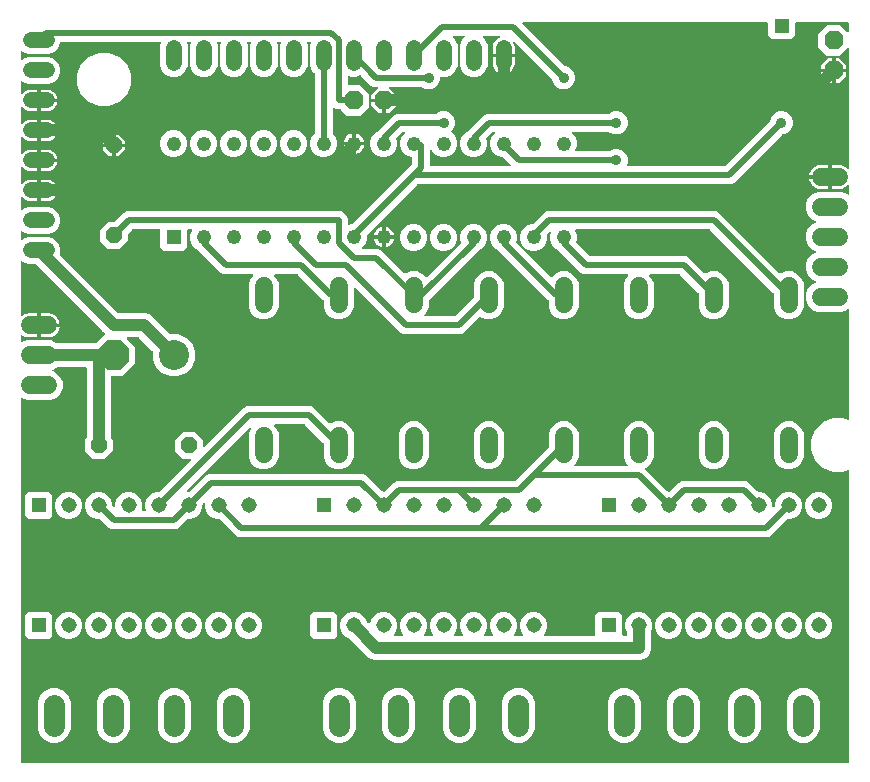
<source format=gbr>
G04 EAGLE Gerber RS-274X export*
G75*
%MOMM*%
%FSLAX34Y34*%
%LPD*%
%INBottom Copper*%
%IPPOS*%
%AMOC8*
5,1,8,0,0,1.08239X$1,22.5*%
G01*
%ADD10R,1.308000X1.308000*%
%ADD11C,1.308000*%
%ADD12C,2.540000*%
%ADD13P,2.749271X8X202.500000*%
%ADD14P,1.732040X8X292.500000*%
%ADD15P,1.732040X8X202.500000*%
%ADD16C,1.524000*%
%ADD17C,1.320800*%
%ADD18R,1.241000X1.241000*%
%ADD19C,1.241000*%
%ADD20P,1.429621X8X22.500000*%
%ADD21P,1.429621X8X112.500000*%
%ADD22C,1.790700*%
%ADD23C,1.016000*%
%ADD24C,0.508000*%
%ADD25C,0.914400*%
%ADD26R,1.206400X1.206400*%

G36*
X710714Y10164D02*
X710714Y10164D01*
X710733Y10162D01*
X710835Y10184D01*
X710937Y10200D01*
X710954Y10210D01*
X710974Y10214D01*
X711063Y10267D01*
X711154Y10316D01*
X711168Y10330D01*
X711185Y10340D01*
X711252Y10419D01*
X711324Y10494D01*
X711332Y10512D01*
X711345Y10527D01*
X711384Y10623D01*
X711427Y10717D01*
X711429Y10737D01*
X711437Y10755D01*
X711455Y10922D01*
X711455Y257884D01*
X711448Y257929D01*
X711450Y257975D01*
X711428Y258050D01*
X711416Y258126D01*
X711394Y258167D01*
X711381Y258211D01*
X711337Y258275D01*
X711300Y258344D01*
X711267Y258375D01*
X711241Y258413D01*
X711179Y258460D01*
X711122Y258513D01*
X711080Y258533D01*
X711044Y258560D01*
X710970Y258584D01*
X710899Y258617D01*
X710853Y258622D01*
X710810Y258636D01*
X710732Y258635D01*
X710655Y258644D01*
X710610Y258634D01*
X710564Y258634D01*
X710432Y258596D01*
X710414Y258592D01*
X710410Y258589D01*
X710403Y258587D01*
X706563Y256996D01*
X697549Y256996D01*
X689222Y260446D01*
X682848Y266820D01*
X679398Y275147D01*
X679398Y284161D01*
X682848Y292488D01*
X689222Y298862D01*
X697549Y302312D01*
X706563Y302312D01*
X710403Y300721D01*
X710447Y300711D01*
X710489Y300691D01*
X710566Y300683D01*
X710642Y300665D01*
X710688Y300669D01*
X710733Y300664D01*
X710810Y300681D01*
X710887Y300688D01*
X710929Y300707D01*
X710974Y300716D01*
X711041Y300756D01*
X711112Y300788D01*
X711146Y300819D01*
X711185Y300843D01*
X711236Y300902D01*
X711293Y300954D01*
X711315Y300995D01*
X711345Y301029D01*
X711374Y301102D01*
X711411Y301170D01*
X711420Y301215D01*
X711437Y301258D01*
X711452Y301394D01*
X711455Y301412D01*
X711454Y301417D01*
X711455Y301424D01*
X711455Y393968D01*
X711444Y394039D01*
X711442Y394110D01*
X711424Y394159D01*
X711416Y394211D01*
X711382Y394274D01*
X711357Y394341D01*
X711325Y394382D01*
X711300Y394428D01*
X711249Y394477D01*
X711204Y394533D01*
X711160Y394562D01*
X711122Y394597D01*
X711057Y394628D01*
X710997Y394666D01*
X710946Y394679D01*
X710899Y394701D01*
X710828Y394709D01*
X710758Y394726D01*
X710706Y394722D01*
X710655Y394728D01*
X710584Y394713D01*
X710513Y394707D01*
X710465Y394687D01*
X710414Y394676D01*
X710353Y394639D01*
X710287Y394611D01*
X710231Y394566D01*
X710203Y394550D01*
X710188Y394532D01*
X710156Y394506D01*
X710012Y394363D01*
X705344Y392429D01*
X685052Y392429D01*
X680384Y394363D01*
X676811Y397936D01*
X674877Y402604D01*
X674877Y407656D01*
X676811Y412324D01*
X680384Y415897D01*
X683352Y417127D01*
X683413Y417165D01*
X683478Y417194D01*
X683517Y417229D01*
X683561Y417256D01*
X683607Y417312D01*
X683660Y417360D01*
X683685Y417406D01*
X683718Y417446D01*
X683744Y417513D01*
X683778Y417576D01*
X683787Y417627D01*
X683806Y417675D01*
X683809Y417747D01*
X683822Y417818D01*
X683814Y417869D01*
X683816Y417921D01*
X683796Y417990D01*
X683786Y418061D01*
X683762Y418107D01*
X683748Y418157D01*
X683707Y418216D01*
X683675Y418280D01*
X683637Y418317D01*
X683608Y418359D01*
X683550Y418402D01*
X683499Y418452D01*
X683436Y418487D01*
X683410Y418506D01*
X683388Y418513D01*
X683352Y418533D01*
X680384Y419763D01*
X676811Y423336D01*
X674877Y428004D01*
X674877Y433056D01*
X676811Y437724D01*
X680384Y441297D01*
X683352Y442527D01*
X683413Y442565D01*
X683478Y442594D01*
X683517Y442629D01*
X683561Y442656D01*
X683607Y442712D01*
X683660Y442760D01*
X683685Y442806D01*
X683718Y442846D01*
X683744Y442913D01*
X683778Y442976D01*
X683787Y443027D01*
X683806Y443075D01*
X683809Y443147D01*
X683822Y443218D01*
X683814Y443269D01*
X683816Y443321D01*
X683796Y443390D01*
X683786Y443461D01*
X683762Y443507D01*
X683748Y443557D01*
X683707Y443616D01*
X683675Y443680D01*
X683637Y443717D01*
X683608Y443759D01*
X683550Y443802D01*
X683499Y443852D01*
X683436Y443887D01*
X683410Y443906D01*
X683388Y443913D01*
X683352Y443933D01*
X680384Y445163D01*
X676811Y448736D01*
X674877Y453404D01*
X674877Y458456D01*
X676811Y463124D01*
X680384Y466697D01*
X683352Y467927D01*
X683413Y467965D01*
X683478Y467994D01*
X683517Y468029D01*
X683561Y468056D01*
X683607Y468112D01*
X683660Y468160D01*
X683685Y468206D01*
X683718Y468246D01*
X683744Y468313D01*
X683778Y468376D01*
X683787Y468427D01*
X683806Y468475D01*
X683809Y468547D01*
X683822Y468618D01*
X683814Y468669D01*
X683816Y468721D01*
X683797Y468790D01*
X683786Y468861D01*
X683762Y468907D01*
X683748Y468957D01*
X683707Y469016D01*
X683675Y469080D01*
X683637Y469117D01*
X683608Y469159D01*
X683550Y469202D01*
X683499Y469252D01*
X683436Y469287D01*
X683410Y469306D01*
X683388Y469313D01*
X683352Y469333D01*
X680384Y470563D01*
X676811Y474136D01*
X674877Y478804D01*
X674877Y483856D01*
X676811Y488524D01*
X680384Y492097D01*
X685052Y494031D01*
X705344Y494031D01*
X710012Y492097D01*
X710156Y491954D01*
X710214Y491912D01*
X710266Y491863D01*
X710313Y491841D01*
X710355Y491810D01*
X710424Y491789D01*
X710489Y491759D01*
X710541Y491753D01*
X710591Y491738D01*
X710662Y491740D01*
X710733Y491732D01*
X710784Y491743D01*
X710836Y491744D01*
X710904Y491769D01*
X710974Y491784D01*
X711019Y491811D01*
X711067Y491829D01*
X711123Y491874D01*
X711185Y491910D01*
X711219Y491950D01*
X711259Y491982D01*
X711298Y492043D01*
X711345Y492097D01*
X711364Y492146D01*
X711392Y492189D01*
X711410Y492259D01*
X711437Y492325D01*
X711445Y492397D01*
X711453Y492428D01*
X711451Y492451D01*
X711455Y492492D01*
X711455Y499160D01*
X711444Y499231D01*
X711442Y499302D01*
X711424Y499351D01*
X711416Y499403D01*
X711382Y499466D01*
X711357Y499533D01*
X711325Y499574D01*
X711300Y499620D01*
X711248Y499669D01*
X711204Y499725D01*
X711160Y499754D01*
X711122Y499790D01*
X711057Y499820D01*
X710997Y499858D01*
X710946Y499871D01*
X710899Y499893D01*
X710828Y499901D01*
X710758Y499919D01*
X710706Y499914D01*
X710655Y499920D01*
X710584Y499905D01*
X710513Y499899D01*
X710465Y499879D01*
X710414Y499868D01*
X710353Y499831D01*
X710287Y499803D01*
X710231Y499758D01*
X710203Y499742D01*
X710188Y499724D01*
X710156Y499698D01*
X709437Y498980D01*
X708143Y498040D01*
X706718Y497314D01*
X705197Y496819D01*
X703618Y496569D01*
X696721Y496569D01*
X696721Y505968D01*
X696718Y505988D01*
X696720Y506007D01*
X696698Y506109D01*
X696681Y506211D01*
X696672Y506228D01*
X696668Y506248D01*
X696615Y506337D01*
X696566Y506428D01*
X696552Y506442D01*
X696542Y506459D01*
X696463Y506526D01*
X696388Y506597D01*
X696370Y506606D01*
X696355Y506619D01*
X696259Y506657D01*
X696165Y506701D01*
X696145Y506703D01*
X696127Y506711D01*
X695960Y506729D01*
X695197Y506729D01*
X695197Y506731D01*
X695960Y506731D01*
X695980Y506734D01*
X695999Y506732D01*
X696101Y506754D01*
X696203Y506771D01*
X696220Y506780D01*
X696240Y506784D01*
X696329Y506837D01*
X696420Y506886D01*
X696434Y506900D01*
X696451Y506910D01*
X696518Y506989D01*
X696589Y507064D01*
X696598Y507082D01*
X696611Y507097D01*
X696650Y507193D01*
X696693Y507287D01*
X696695Y507307D01*
X696703Y507325D01*
X696721Y507492D01*
X696721Y516891D01*
X703618Y516891D01*
X705197Y516641D01*
X706718Y516146D01*
X708143Y515420D01*
X709437Y514480D01*
X710156Y513762D01*
X710214Y513720D01*
X710266Y513670D01*
X710313Y513649D01*
X710355Y513618D01*
X710424Y513597D01*
X710489Y513567D01*
X710541Y513561D01*
X710591Y513546D01*
X710662Y513548D01*
X710733Y513540D01*
X710784Y513551D01*
X710836Y513552D01*
X710904Y513577D01*
X710974Y513592D01*
X711019Y513619D01*
X711067Y513637D01*
X711123Y513681D01*
X711185Y513718D01*
X711219Y513758D01*
X711259Y513790D01*
X711298Y513851D01*
X711345Y513905D01*
X711364Y513953D01*
X711392Y513997D01*
X711410Y514067D01*
X711437Y514133D01*
X711445Y514205D01*
X711453Y514236D01*
X711451Y514259D01*
X711455Y514300D01*
X711455Y614917D01*
X711444Y614988D01*
X711442Y615060D01*
X711424Y615109D01*
X711416Y615160D01*
X711382Y615223D01*
X711357Y615291D01*
X711325Y615331D01*
X711300Y615377D01*
X711248Y615427D01*
X711204Y615483D01*
X711160Y615511D01*
X711122Y615547D01*
X711057Y615577D01*
X710997Y615616D01*
X710946Y615628D01*
X710899Y615650D01*
X710828Y615658D01*
X710758Y615676D01*
X710706Y615672D01*
X710655Y615677D01*
X710584Y615662D01*
X710513Y615657D01*
X710465Y615636D01*
X710414Y615625D01*
X710353Y615588D01*
X710287Y615560D01*
X710231Y615515D01*
X710203Y615499D01*
X710188Y615481D01*
X710156Y615455D01*
X703919Y609218D01*
X693081Y609218D01*
X685418Y616881D01*
X685418Y627719D01*
X693081Y635382D01*
X703919Y635382D01*
X710156Y629145D01*
X710214Y629103D01*
X710266Y629053D01*
X710313Y629031D01*
X710355Y629001D01*
X710424Y628980D01*
X710489Y628950D01*
X710541Y628944D01*
X710591Y628929D01*
X710662Y628931D01*
X710733Y628923D01*
X710784Y628934D01*
X710836Y628935D01*
X710904Y628960D01*
X710974Y628975D01*
X711019Y629002D01*
X711067Y629020D01*
X711123Y629064D01*
X711185Y629101D01*
X711219Y629141D01*
X711259Y629173D01*
X711298Y629234D01*
X711345Y629288D01*
X711364Y629336D01*
X711392Y629380D01*
X711410Y629450D01*
X711437Y629516D01*
X711445Y629588D01*
X711453Y629619D01*
X711451Y629642D01*
X711455Y629683D01*
X711455Y636678D01*
X711453Y636694D01*
X711454Y636709D01*
X711454Y636712D01*
X711454Y636717D01*
X711432Y636819D01*
X711416Y636921D01*
X711406Y636938D01*
X711402Y636958D01*
X711349Y637047D01*
X711300Y637138D01*
X711286Y637152D01*
X711276Y637169D01*
X711197Y637236D01*
X711122Y637308D01*
X711104Y637316D01*
X711089Y637329D01*
X710993Y637368D01*
X710899Y637411D01*
X710879Y637413D01*
X710861Y637421D01*
X710694Y637439D01*
X666178Y637439D01*
X666158Y637436D01*
X666139Y637438D01*
X666037Y637416D01*
X665935Y637400D01*
X665918Y637390D01*
X665898Y637386D01*
X665809Y637333D01*
X665718Y637284D01*
X665704Y637270D01*
X665687Y637260D01*
X665620Y637181D01*
X665548Y637106D01*
X665540Y637088D01*
X665527Y637073D01*
X665488Y636977D01*
X665445Y636883D01*
X665443Y636863D01*
X665435Y636845D01*
X665417Y636678D01*
X665417Y626355D01*
X662441Y623379D01*
X646167Y623379D01*
X643191Y626355D01*
X643191Y636678D01*
X643189Y636694D01*
X643190Y636709D01*
X643190Y636712D01*
X643190Y636717D01*
X643168Y636819D01*
X643152Y636921D01*
X643142Y636938D01*
X643138Y636958D01*
X643085Y637047D01*
X643036Y637138D01*
X643022Y637152D01*
X643012Y637169D01*
X642933Y637236D01*
X642858Y637308D01*
X642840Y637316D01*
X642825Y637329D01*
X642729Y637368D01*
X642635Y637411D01*
X642615Y637413D01*
X642597Y637421D01*
X642430Y637439D01*
X435626Y637439D01*
X435555Y637428D01*
X435483Y637426D01*
X435434Y637408D01*
X435383Y637400D01*
X435320Y637366D01*
X435252Y637341D01*
X435212Y637309D01*
X435166Y637284D01*
X435116Y637232D01*
X435060Y637188D01*
X435032Y637144D01*
X434996Y637106D01*
X434966Y637041D01*
X434927Y636981D01*
X434915Y636930D01*
X434893Y636883D01*
X434885Y636812D01*
X434867Y636742D01*
X434871Y636690D01*
X434866Y636639D01*
X434881Y636568D01*
X434886Y636497D01*
X434907Y636449D01*
X434918Y636398D01*
X434955Y636337D01*
X434983Y636271D01*
X435028Y636215D01*
X435044Y636187D01*
X435051Y636181D01*
X435053Y636179D01*
X435065Y636168D01*
X435088Y636140D01*
X470802Y600426D01*
X470876Y600373D01*
X470945Y600313D01*
X470975Y600301D01*
X471001Y600282D01*
X471088Y600255D01*
X471173Y600221D01*
X471214Y600217D01*
X471236Y600210D01*
X471269Y600211D01*
X471340Y600203D01*
X471820Y600203D01*
X475368Y598733D01*
X478083Y596018D01*
X479553Y592470D01*
X479553Y588630D01*
X478083Y585082D01*
X475368Y582367D01*
X471820Y580897D01*
X467980Y580897D01*
X464432Y582367D01*
X461717Y585082D01*
X460247Y588630D01*
X460247Y589110D01*
X460233Y589200D01*
X460225Y589291D01*
X460213Y589321D01*
X460208Y589353D01*
X460165Y589434D01*
X460129Y589517D01*
X460103Y589550D01*
X460092Y589570D01*
X460069Y589592D01*
X460024Y589648D01*
X428543Y621129D01*
X428464Y621186D01*
X428389Y621248D01*
X428365Y621258D01*
X428343Y621273D01*
X428250Y621302D01*
X428160Y621337D01*
X428133Y621338D01*
X428108Y621345D01*
X428011Y621343D01*
X427914Y621347D01*
X427889Y621340D01*
X427863Y621339D01*
X427771Y621306D01*
X427678Y621278D01*
X427656Y621264D01*
X427631Y621255D01*
X427555Y621194D01*
X427475Y621138D01*
X427460Y621117D01*
X427439Y621101D01*
X427387Y621019D01*
X427329Y620941D01*
X427321Y620916D01*
X427306Y620894D01*
X427283Y620800D01*
X427253Y620707D01*
X427253Y620681D01*
X427246Y620655D01*
X427254Y620559D01*
X427255Y620461D01*
X427264Y620430D01*
X427266Y620410D01*
X427278Y620380D01*
X427302Y620300D01*
X427893Y618871D01*
X428245Y617105D01*
X428245Y611123D01*
X419862Y611123D01*
X419842Y611120D01*
X419823Y611122D01*
X419721Y611100D01*
X419619Y611083D01*
X419602Y611074D01*
X419582Y611070D01*
X419493Y611017D01*
X419402Y610968D01*
X419388Y610954D01*
X419371Y610944D01*
X419304Y610865D01*
X419233Y610790D01*
X419224Y610772D01*
X419211Y610757D01*
X419173Y610661D01*
X419129Y610567D01*
X419127Y610547D01*
X419119Y610529D01*
X419101Y610362D01*
X419101Y609599D01*
X419099Y609599D01*
X419099Y610362D01*
X419096Y610382D01*
X419098Y610401D01*
X419076Y610503D01*
X419059Y610605D01*
X419050Y610622D01*
X419046Y610642D01*
X418993Y610731D01*
X418944Y610822D01*
X418930Y610836D01*
X418920Y610853D01*
X418841Y610920D01*
X418766Y610991D01*
X418748Y611000D01*
X418733Y611013D01*
X418637Y611052D01*
X418543Y611095D01*
X418523Y611097D01*
X418505Y611105D01*
X418338Y611123D01*
X409955Y611123D01*
X409955Y617105D01*
X410307Y618871D01*
X410996Y620536D01*
X411997Y622034D01*
X413270Y623307D01*
X414768Y624308D01*
X415581Y624645D01*
X415664Y624696D01*
X415750Y624742D01*
X415768Y624761D01*
X415790Y624774D01*
X415852Y624849D01*
X415920Y624920D01*
X415931Y624944D01*
X415947Y624964D01*
X415982Y625055D01*
X416023Y625143D01*
X416026Y625169D01*
X416035Y625193D01*
X416040Y625291D01*
X416050Y625387D01*
X416045Y625413D01*
X416046Y625439D01*
X416019Y625533D01*
X415998Y625628D01*
X415985Y625650D01*
X415977Y625675D01*
X415922Y625755D01*
X415872Y625839D01*
X415852Y625856D01*
X415837Y625877D01*
X415759Y625935D01*
X415685Y625999D01*
X415661Y626009D01*
X415640Y626024D01*
X415547Y626054D01*
X415457Y626091D01*
X415424Y626094D01*
X415406Y626100D01*
X415373Y626100D01*
X415290Y626109D01*
X402157Y626109D01*
X402087Y626098D01*
X402015Y626096D01*
X401966Y626078D01*
X401914Y626070D01*
X401851Y626036D01*
X401784Y626011D01*
X401743Y625979D01*
X401697Y625954D01*
X401648Y625902D01*
X401592Y625858D01*
X401564Y625814D01*
X401528Y625776D01*
X401498Y625711D01*
X401459Y625651D01*
X401446Y625600D01*
X401424Y625553D01*
X401416Y625482D01*
X401399Y625412D01*
X401403Y625360D01*
X401397Y625309D01*
X401412Y625238D01*
X401418Y625167D01*
X401438Y625119D01*
X401449Y625068D01*
X401486Y625007D01*
X401514Y624941D01*
X401559Y624885D01*
X401575Y624857D01*
X401593Y624842D01*
X401619Y624810D01*
X403606Y622823D01*
X405385Y618528D01*
X405385Y600672D01*
X403606Y596377D01*
X400319Y593090D01*
X396024Y591311D01*
X391376Y591311D01*
X387081Y593090D01*
X383794Y596377D01*
X382015Y600672D01*
X382015Y618528D01*
X383794Y622823D01*
X385781Y624810D01*
X385823Y624868D01*
X385872Y624920D01*
X385894Y624967D01*
X385925Y625009D01*
X385946Y625078D01*
X385976Y625143D01*
X385982Y625195D01*
X385997Y625245D01*
X385995Y625316D01*
X386003Y625387D01*
X385992Y625438D01*
X385991Y625490D01*
X385966Y625558D01*
X385951Y625628D01*
X385924Y625673D01*
X385906Y625721D01*
X385861Y625777D01*
X385825Y625839D01*
X385785Y625873D01*
X385752Y625913D01*
X385692Y625952D01*
X385638Y625999D01*
X385589Y626018D01*
X385546Y626046D01*
X385476Y626064D01*
X385409Y626091D01*
X385338Y626099D01*
X385307Y626107D01*
X385284Y626105D01*
X385243Y626109D01*
X376757Y626109D01*
X376687Y626098D01*
X376615Y626096D01*
X376566Y626078D01*
X376514Y626070D01*
X376451Y626036D01*
X376384Y626011D01*
X376343Y625979D01*
X376297Y625954D01*
X376248Y625902D01*
X376192Y625858D01*
X376164Y625814D01*
X376128Y625776D01*
X376098Y625711D01*
X376059Y625651D01*
X376046Y625600D01*
X376024Y625553D01*
X376016Y625482D01*
X375999Y625412D01*
X376003Y625360D01*
X375997Y625309D01*
X376012Y625238D01*
X376018Y625167D01*
X376038Y625119D01*
X376049Y625068D01*
X376086Y625007D01*
X376114Y624941D01*
X376159Y624885D01*
X376175Y624857D01*
X376193Y624842D01*
X376219Y624810D01*
X378206Y622823D01*
X379985Y618528D01*
X379985Y600672D01*
X378206Y596377D01*
X374919Y593090D01*
X370624Y591311D01*
X366014Y591311D01*
X365994Y591308D01*
X365975Y591310D01*
X365873Y591288D01*
X365771Y591272D01*
X365754Y591262D01*
X365734Y591258D01*
X365645Y591205D01*
X365554Y591156D01*
X365540Y591142D01*
X365523Y591132D01*
X365456Y591053D01*
X365384Y590978D01*
X365376Y590960D01*
X365363Y590945D01*
X365324Y590849D01*
X365281Y590755D01*
X365279Y590735D01*
X365271Y590717D01*
X365253Y590550D01*
X365253Y588630D01*
X363783Y585082D01*
X361068Y582367D01*
X357520Y580897D01*
X353680Y580897D01*
X350132Y582367D01*
X349793Y582706D01*
X349719Y582759D01*
X349649Y582819D01*
X349619Y582831D01*
X349593Y582850D01*
X349506Y582877D01*
X349421Y582911D01*
X349380Y582915D01*
X349358Y582922D01*
X349326Y582921D01*
X349254Y582929D01*
X322817Y582929D01*
X322746Y582918D01*
X322674Y582916D01*
X322625Y582898D01*
X322574Y582890D01*
X322511Y582856D01*
X322443Y582831D01*
X322403Y582799D01*
X322357Y582774D01*
X322307Y582722D01*
X322251Y582678D01*
X322223Y582634D01*
X322187Y582596D01*
X322157Y582531D01*
X322118Y582471D01*
X322106Y582420D01*
X322084Y582373D01*
X322076Y582302D01*
X322058Y582232D01*
X322062Y582180D01*
X322057Y582129D01*
X322072Y582058D01*
X322077Y581987D01*
X322098Y581939D01*
X322109Y581888D01*
X322146Y581827D01*
X322174Y581761D01*
X322218Y581705D01*
X322235Y581677D01*
X322253Y581662D01*
X322278Y581630D01*
X328042Y575867D01*
X328042Y573023D01*
X318262Y573023D01*
X318242Y573020D01*
X318223Y573022D01*
X318121Y573000D01*
X318019Y572983D01*
X318002Y572974D01*
X317982Y572970D01*
X317893Y572917D01*
X317802Y572868D01*
X317788Y572854D01*
X317771Y572844D01*
X317704Y572765D01*
X317633Y572690D01*
X317624Y572672D01*
X317611Y572657D01*
X317573Y572561D01*
X317529Y572467D01*
X317527Y572447D01*
X317519Y572429D01*
X317501Y572262D01*
X317501Y571499D01*
X317499Y571499D01*
X317499Y572262D01*
X317496Y572282D01*
X317498Y572301D01*
X317476Y572403D01*
X317459Y572505D01*
X317450Y572522D01*
X317446Y572542D01*
X317393Y572631D01*
X317344Y572722D01*
X317330Y572736D01*
X317320Y572753D01*
X317241Y572820D01*
X317166Y572891D01*
X317148Y572900D01*
X317133Y572913D01*
X317037Y572952D01*
X316943Y572995D01*
X316923Y572997D01*
X316905Y573005D01*
X316738Y573023D01*
X306958Y573023D01*
X306958Y575867D01*
X312722Y581630D01*
X312763Y581688D01*
X312813Y581740D01*
X312835Y581787D01*
X312865Y581829D01*
X312886Y581898D01*
X312916Y581963D01*
X312922Y582015D01*
X312937Y582065D01*
X312936Y582136D01*
X312943Y582207D01*
X312932Y582258D01*
X312931Y582310D01*
X312906Y582378D01*
X312891Y582448D01*
X312864Y582493D01*
X312847Y582541D01*
X312802Y582597D01*
X312765Y582659D01*
X312725Y582693D01*
X312693Y582733D01*
X312633Y582772D01*
X312578Y582819D01*
X312530Y582838D01*
X312486Y582866D01*
X312417Y582884D01*
X312350Y582911D01*
X312279Y582919D01*
X312247Y582927D01*
X312224Y582925D01*
X312183Y582929D01*
X309634Y582929D01*
X306833Y584089D01*
X298452Y592471D01*
X298357Y592539D01*
X298263Y592609D01*
X298257Y592611D01*
X298252Y592614D01*
X298141Y592649D01*
X298029Y592685D01*
X298023Y592685D01*
X298017Y592687D01*
X297900Y592684D01*
X297783Y592683D01*
X297776Y592681D01*
X297771Y592680D01*
X297754Y592674D01*
X297622Y592636D01*
X294424Y591311D01*
X289776Y591311D01*
X288073Y592016D01*
X288029Y592027D01*
X287987Y592046D01*
X287910Y592055D01*
X287834Y592073D01*
X287788Y592068D01*
X287743Y592073D01*
X287666Y592057D01*
X287589Y592050D01*
X287547Y592031D01*
X287502Y592021D01*
X287435Y591981D01*
X287364Y591950D01*
X287330Y591918D01*
X287291Y591895D01*
X287240Y591836D01*
X287183Y591783D01*
X287161Y591743D01*
X287131Y591708D01*
X287102Y591636D01*
X287065Y591568D01*
X287056Y591522D01*
X287039Y591480D01*
X287024Y591344D01*
X287021Y591326D01*
X287022Y591321D01*
X287021Y591313D01*
X287021Y585343D01*
X287024Y585323D01*
X287022Y585304D01*
X287044Y585202D01*
X287060Y585100D01*
X287070Y585083D01*
X287074Y585063D01*
X287127Y584974D01*
X287176Y584883D01*
X287190Y584869D01*
X287200Y584852D01*
X287279Y584785D01*
X287354Y584713D01*
X287372Y584705D01*
X287387Y584692D01*
X287483Y584653D01*
X287577Y584610D01*
X287597Y584608D01*
X287615Y584600D01*
X287782Y584582D01*
X297519Y584582D01*
X305182Y576919D01*
X305182Y566081D01*
X297519Y558418D01*
X286681Y558418D01*
X281443Y563656D01*
X281369Y563709D01*
X281300Y563769D01*
X281270Y563781D01*
X281244Y563800D01*
X281157Y563827D01*
X281072Y563861D01*
X281031Y563865D01*
X281009Y563872D01*
X280976Y563871D01*
X280905Y563879D01*
X277884Y563879D01*
X275373Y564919D01*
X275329Y564930D01*
X275287Y564949D01*
X275210Y564958D01*
X275134Y564975D01*
X275088Y564971D01*
X275043Y564976D01*
X274966Y564960D01*
X274889Y564952D01*
X274847Y564934D01*
X274802Y564924D01*
X274735Y564884D01*
X274664Y564852D01*
X274630Y564821D01*
X274591Y564798D01*
X274540Y564739D01*
X274483Y564686D01*
X274461Y564646D01*
X274431Y564611D01*
X274402Y564539D01*
X274365Y564470D01*
X274356Y564425D01*
X274339Y564383D01*
X274324Y564247D01*
X274321Y564228D01*
X274322Y564223D01*
X274321Y564216D01*
X274321Y543645D01*
X274335Y543555D01*
X274343Y543464D01*
X274355Y543434D01*
X274360Y543402D01*
X274403Y543322D01*
X274439Y543238D01*
X274465Y543206D01*
X274476Y543185D01*
X274499Y543163D01*
X274544Y543107D01*
X276268Y541383D01*
X277986Y537235D01*
X277986Y532745D01*
X276268Y528597D01*
X273093Y525422D01*
X268945Y523704D01*
X264455Y523704D01*
X260307Y525422D01*
X257132Y528597D01*
X255414Y532745D01*
X255414Y537235D01*
X257132Y541383D01*
X258856Y543107D01*
X258909Y543181D01*
X258969Y543250D01*
X258981Y543280D01*
X259000Y543307D01*
X259027Y543393D01*
X259061Y543478D01*
X259065Y543519D01*
X259072Y543542D01*
X259071Y543574D01*
X259079Y543645D01*
X259079Y593777D01*
X259065Y593867D01*
X259057Y593958D01*
X259045Y593987D01*
X259040Y594019D01*
X258997Y594100D01*
X258961Y594184D01*
X258935Y594216D01*
X258924Y594237D01*
X258901Y594259D01*
X258856Y594315D01*
X256794Y596377D01*
X255015Y600672D01*
X255015Y618528D01*
X255615Y619977D01*
X255626Y620021D01*
X255645Y620063D01*
X255654Y620140D01*
X255671Y620216D01*
X255667Y620262D01*
X255672Y620307D01*
X255656Y620384D01*
X255648Y620461D01*
X255630Y620503D01*
X255620Y620548D01*
X255580Y620615D01*
X255548Y620686D01*
X255517Y620720D01*
X255494Y620759D01*
X255435Y620810D01*
X255382Y620867D01*
X255342Y620889D01*
X255307Y620919D01*
X255235Y620948D01*
X255166Y620985D01*
X255121Y620994D01*
X255079Y621011D01*
X254943Y621026D01*
X254924Y621029D01*
X254919Y621028D01*
X254912Y621029D01*
X253088Y621029D01*
X253043Y621022D01*
X252997Y621024D01*
X252922Y621002D01*
X252845Y620990D01*
X252805Y620968D01*
X252761Y620955D01*
X252697Y620911D01*
X252628Y620874D01*
X252596Y620841D01*
X252559Y620815D01*
X252512Y620753D01*
X252459Y620696D01*
X252439Y620654D01*
X252412Y620618D01*
X252388Y620544D01*
X252355Y620473D01*
X252350Y620427D01*
X252336Y620384D01*
X252336Y620306D01*
X252328Y620229D01*
X252338Y620184D01*
X252338Y620138D01*
X252376Y620006D01*
X252380Y619988D01*
X252383Y619984D01*
X252385Y619977D01*
X252985Y618528D01*
X252985Y600672D01*
X251206Y596377D01*
X247919Y593090D01*
X243624Y591311D01*
X238976Y591311D01*
X234681Y593090D01*
X231394Y596377D01*
X229615Y600672D01*
X229615Y618528D01*
X230215Y619977D01*
X230226Y620021D01*
X230245Y620063D01*
X230254Y620140D01*
X230271Y620216D01*
X230267Y620262D01*
X230272Y620307D01*
X230256Y620384D01*
X230248Y620461D01*
X230230Y620503D01*
X230220Y620548D01*
X230180Y620615D01*
X230148Y620686D01*
X230117Y620720D01*
X230094Y620759D01*
X230035Y620810D01*
X229982Y620867D01*
X229942Y620889D01*
X229907Y620919D01*
X229835Y620948D01*
X229766Y620985D01*
X229721Y620994D01*
X229679Y621011D01*
X229543Y621026D01*
X229524Y621029D01*
X229519Y621028D01*
X229512Y621029D01*
X227688Y621029D01*
X227643Y621022D01*
X227597Y621024D01*
X227522Y621002D01*
X227445Y620990D01*
X227405Y620968D01*
X227361Y620955D01*
X227297Y620911D01*
X227228Y620874D01*
X227196Y620841D01*
X227159Y620815D01*
X227112Y620753D01*
X227059Y620696D01*
X227039Y620654D01*
X227012Y620618D01*
X226988Y620544D01*
X226955Y620473D01*
X226950Y620427D01*
X226936Y620384D01*
X226936Y620306D01*
X226928Y620229D01*
X226938Y620184D01*
X226938Y620138D01*
X226976Y620006D01*
X226980Y619988D01*
X226983Y619984D01*
X226985Y619977D01*
X227585Y618528D01*
X227585Y600672D01*
X225806Y596377D01*
X222519Y593090D01*
X218224Y591311D01*
X213576Y591311D01*
X209281Y593090D01*
X205994Y596377D01*
X204215Y600672D01*
X204215Y618528D01*
X204815Y619977D01*
X204826Y620021D01*
X204845Y620063D01*
X204854Y620140D01*
X204871Y620216D01*
X204867Y620262D01*
X204872Y620307D01*
X204856Y620384D01*
X204848Y620461D01*
X204830Y620503D01*
X204820Y620548D01*
X204780Y620615D01*
X204748Y620686D01*
X204717Y620720D01*
X204694Y620759D01*
X204635Y620810D01*
X204582Y620867D01*
X204542Y620889D01*
X204507Y620919D01*
X204435Y620948D01*
X204366Y620985D01*
X204321Y620994D01*
X204279Y621011D01*
X204143Y621026D01*
X204124Y621029D01*
X204119Y621028D01*
X204112Y621029D01*
X202288Y621029D01*
X202243Y621022D01*
X202197Y621024D01*
X202122Y621002D01*
X202045Y620990D01*
X202005Y620968D01*
X201961Y620955D01*
X201897Y620911D01*
X201828Y620874D01*
X201796Y620841D01*
X201759Y620815D01*
X201712Y620753D01*
X201659Y620696D01*
X201639Y620654D01*
X201612Y620618D01*
X201588Y620544D01*
X201555Y620473D01*
X201550Y620427D01*
X201536Y620384D01*
X201536Y620306D01*
X201528Y620229D01*
X201538Y620184D01*
X201538Y620138D01*
X201576Y620006D01*
X201580Y619988D01*
X201583Y619984D01*
X201585Y619977D01*
X202185Y618528D01*
X202185Y600672D01*
X200406Y596377D01*
X197119Y593090D01*
X192824Y591311D01*
X188176Y591311D01*
X183881Y593090D01*
X180594Y596377D01*
X178815Y600672D01*
X178815Y618528D01*
X179415Y619977D01*
X179426Y620021D01*
X179445Y620063D01*
X179454Y620140D01*
X179471Y620216D01*
X179467Y620262D01*
X179472Y620307D01*
X179456Y620384D01*
X179448Y620461D01*
X179430Y620503D01*
X179420Y620548D01*
X179380Y620615D01*
X179348Y620686D01*
X179317Y620720D01*
X179294Y620759D01*
X179235Y620810D01*
X179182Y620867D01*
X179142Y620889D01*
X179107Y620919D01*
X179035Y620948D01*
X178966Y620985D01*
X178921Y620994D01*
X178879Y621011D01*
X178743Y621026D01*
X178724Y621029D01*
X178719Y621028D01*
X178712Y621029D01*
X176888Y621029D01*
X176843Y621022D01*
X176797Y621024D01*
X176722Y621002D01*
X176645Y620990D01*
X176605Y620968D01*
X176561Y620955D01*
X176497Y620911D01*
X176428Y620874D01*
X176396Y620841D01*
X176359Y620815D01*
X176312Y620753D01*
X176259Y620696D01*
X176239Y620654D01*
X176212Y620618D01*
X176188Y620544D01*
X176155Y620473D01*
X176150Y620427D01*
X176136Y620384D01*
X176136Y620306D01*
X176128Y620229D01*
X176138Y620184D01*
X176138Y620138D01*
X176176Y620006D01*
X176180Y619988D01*
X176183Y619984D01*
X176185Y619977D01*
X176785Y618528D01*
X176785Y600672D01*
X175006Y596377D01*
X171719Y593090D01*
X167424Y591311D01*
X162776Y591311D01*
X158481Y593090D01*
X155194Y596377D01*
X153415Y600672D01*
X153415Y618528D01*
X154015Y619977D01*
X154026Y620021D01*
X154045Y620063D01*
X154054Y620140D01*
X154071Y620216D01*
X154067Y620262D01*
X154072Y620307D01*
X154056Y620384D01*
X154048Y620461D01*
X154030Y620503D01*
X154020Y620548D01*
X153980Y620615D01*
X153948Y620686D01*
X153917Y620720D01*
X153894Y620759D01*
X153835Y620810D01*
X153782Y620867D01*
X153742Y620889D01*
X153707Y620919D01*
X153635Y620948D01*
X153566Y620985D01*
X153521Y620994D01*
X153479Y621011D01*
X153343Y621026D01*
X153324Y621029D01*
X153319Y621028D01*
X153312Y621029D01*
X151488Y621029D01*
X151443Y621022D01*
X151397Y621024D01*
X151322Y621002D01*
X151245Y620990D01*
X151205Y620968D01*
X151161Y620955D01*
X151097Y620911D01*
X151028Y620874D01*
X150996Y620841D01*
X150959Y620815D01*
X150912Y620753D01*
X150859Y620696D01*
X150839Y620654D01*
X150812Y620618D01*
X150788Y620544D01*
X150755Y620473D01*
X150750Y620427D01*
X150736Y620384D01*
X150736Y620306D01*
X150728Y620229D01*
X150738Y620184D01*
X150738Y620138D01*
X150776Y620006D01*
X150780Y619988D01*
X150783Y619984D01*
X150785Y619977D01*
X151385Y618528D01*
X151385Y600672D01*
X149606Y596377D01*
X146319Y593090D01*
X142024Y591311D01*
X137376Y591311D01*
X133081Y593090D01*
X129794Y596377D01*
X128015Y600672D01*
X128015Y618528D01*
X128615Y619977D01*
X128626Y620021D01*
X128645Y620063D01*
X128654Y620140D01*
X128671Y620216D01*
X128667Y620262D01*
X128672Y620307D01*
X128656Y620384D01*
X128648Y620461D01*
X128630Y620503D01*
X128620Y620548D01*
X128580Y620615D01*
X128548Y620686D01*
X128517Y620720D01*
X128494Y620759D01*
X128435Y620810D01*
X128382Y620867D01*
X128342Y620889D01*
X128307Y620919D01*
X128235Y620948D01*
X128166Y620985D01*
X128121Y620994D01*
X128079Y621011D01*
X127943Y621026D01*
X127924Y621029D01*
X127919Y621028D01*
X127912Y621029D01*
X44450Y621029D01*
X44430Y621026D01*
X44411Y621028D01*
X44309Y621006D01*
X44207Y620990D01*
X44190Y620980D01*
X44170Y620976D01*
X44081Y620923D01*
X43990Y620874D01*
X43976Y620860D01*
X43959Y620850D01*
X43892Y620771D01*
X43820Y620696D01*
X43812Y620678D01*
X43799Y620663D01*
X43760Y620567D01*
X43717Y620473D01*
X43715Y620453D01*
X43707Y620435D01*
X43689Y620268D01*
X43689Y619976D01*
X41910Y615681D01*
X38623Y612394D01*
X34328Y610615D01*
X16472Y610615D01*
X12177Y612394D01*
X11460Y613111D01*
X11402Y613153D01*
X11350Y613202D01*
X11303Y613224D01*
X11261Y613255D01*
X11192Y613276D01*
X11127Y613306D01*
X11075Y613312D01*
X11025Y613327D01*
X10954Y613325D01*
X10883Y613333D01*
X10832Y613322D01*
X10780Y613321D01*
X10712Y613296D01*
X10642Y613281D01*
X10597Y613254D01*
X10549Y613236D01*
X10493Y613191D01*
X10431Y613155D01*
X10397Y613115D01*
X10357Y613082D01*
X10318Y613022D01*
X10271Y612968D01*
X10252Y612919D01*
X10224Y612876D01*
X10206Y612806D01*
X10179Y612739D01*
X10171Y612668D01*
X10163Y612637D01*
X10165Y612614D01*
X10161Y612573D01*
X10161Y606627D01*
X10172Y606557D01*
X10174Y606485D01*
X10192Y606436D01*
X10200Y606384D01*
X10234Y606321D01*
X10259Y606254D01*
X10291Y606213D01*
X10316Y606167D01*
X10368Y606118D01*
X10412Y606062D01*
X10456Y606034D01*
X10494Y605998D01*
X10559Y605968D01*
X10619Y605929D01*
X10670Y605916D01*
X10717Y605894D01*
X10788Y605886D01*
X10858Y605869D01*
X10910Y605873D01*
X10961Y605867D01*
X11032Y605882D01*
X11103Y605888D01*
X11151Y605908D01*
X11202Y605919D01*
X11263Y605956D01*
X11329Y605984D01*
X11385Y606029D01*
X11413Y606045D01*
X11428Y606063D01*
X11460Y606089D01*
X12177Y606806D01*
X16472Y608585D01*
X34328Y608585D01*
X38623Y606806D01*
X41910Y603519D01*
X43689Y599224D01*
X43689Y594576D01*
X41910Y590281D01*
X38623Y586994D01*
X34328Y585215D01*
X16472Y585215D01*
X12177Y586994D01*
X11460Y587711D01*
X11402Y587753D01*
X11350Y587802D01*
X11303Y587824D01*
X11261Y587855D01*
X11192Y587876D01*
X11127Y587906D01*
X11075Y587912D01*
X11025Y587927D01*
X10954Y587925D01*
X10883Y587933D01*
X10832Y587922D01*
X10780Y587921D01*
X10712Y587896D01*
X10642Y587881D01*
X10597Y587854D01*
X10549Y587836D01*
X10493Y587791D01*
X10431Y587755D01*
X10397Y587715D01*
X10357Y587682D01*
X10318Y587622D01*
X10271Y587568D01*
X10252Y587519D01*
X10224Y587476D01*
X10206Y587406D01*
X10179Y587339D01*
X10171Y587268D01*
X10163Y587237D01*
X10165Y587214D01*
X10161Y587173D01*
X10161Y577546D01*
X10164Y577523D01*
X10162Y577500D01*
X10184Y577402D01*
X10200Y577303D01*
X10211Y577283D01*
X10216Y577260D01*
X10269Y577175D01*
X10316Y577086D01*
X10332Y577070D01*
X10344Y577050D01*
X10421Y576986D01*
X10494Y576916D01*
X10515Y576907D01*
X10532Y576892D01*
X10626Y576855D01*
X10717Y576813D01*
X10740Y576810D01*
X10761Y576802D01*
X10862Y576797D01*
X10961Y576786D01*
X10984Y576791D01*
X11007Y576789D01*
X11104Y576817D01*
X11202Y576838D01*
X11222Y576850D01*
X11244Y576856D01*
X11327Y576913D01*
X11413Y576964D01*
X11428Y576982D01*
X11447Y576995D01*
X11555Y577123D01*
X11693Y577329D01*
X12966Y578603D01*
X14464Y579604D01*
X16129Y580293D01*
X17895Y580645D01*
X23877Y580645D01*
X23877Y572262D01*
X23880Y572242D01*
X23878Y572223D01*
X23900Y572121D01*
X23917Y572019D01*
X23926Y572002D01*
X23930Y571982D01*
X23983Y571893D01*
X24032Y571802D01*
X24046Y571788D01*
X24056Y571771D01*
X24135Y571704D01*
X24210Y571633D01*
X24228Y571624D01*
X24243Y571611D01*
X24339Y571573D01*
X24433Y571529D01*
X24453Y571527D01*
X24471Y571519D01*
X24638Y571501D01*
X25401Y571501D01*
X25401Y571499D01*
X24638Y571499D01*
X24618Y571496D01*
X24599Y571498D01*
X24497Y571476D01*
X24395Y571459D01*
X24378Y571450D01*
X24358Y571446D01*
X24269Y571393D01*
X24178Y571344D01*
X24164Y571330D01*
X24147Y571320D01*
X24080Y571241D01*
X24009Y571166D01*
X24000Y571148D01*
X23987Y571133D01*
X23948Y571037D01*
X23905Y570943D01*
X23903Y570923D01*
X23895Y570905D01*
X23877Y570738D01*
X23877Y562355D01*
X17895Y562355D01*
X16129Y562707D01*
X14464Y563396D01*
X12966Y564397D01*
X11693Y565671D01*
X11555Y565877D01*
X11539Y565894D01*
X11528Y565914D01*
X11456Y565983D01*
X11387Y566057D01*
X11367Y566068D01*
X11350Y566084D01*
X11259Y566126D01*
X11171Y566174D01*
X11148Y566177D01*
X11127Y566187D01*
X11027Y566198D01*
X10928Y566215D01*
X10905Y566212D01*
X10883Y566214D01*
X10784Y566193D01*
X10685Y566177D01*
X10665Y566167D01*
X10642Y566162D01*
X10556Y566110D01*
X10467Y566064D01*
X10451Y566048D01*
X10431Y566036D01*
X10366Y565960D01*
X10296Y565887D01*
X10286Y565866D01*
X10271Y565849D01*
X10233Y565755D01*
X10191Y565665D01*
X10188Y565642D01*
X10179Y565621D01*
X10161Y565454D01*
X10161Y552146D01*
X10162Y552136D01*
X10162Y552131D01*
X10164Y552120D01*
X10162Y552100D01*
X10184Y552002D01*
X10200Y551903D01*
X10211Y551883D01*
X10216Y551860D01*
X10269Y551775D01*
X10316Y551686D01*
X10332Y551670D01*
X10344Y551650D01*
X10421Y551586D01*
X10494Y551516D01*
X10515Y551507D01*
X10532Y551492D01*
X10626Y551455D01*
X10717Y551413D01*
X10740Y551410D01*
X10761Y551402D01*
X10862Y551397D01*
X10961Y551386D01*
X10984Y551391D01*
X11007Y551389D01*
X11104Y551417D01*
X11202Y551438D01*
X11222Y551450D01*
X11244Y551456D01*
X11327Y551513D01*
X11413Y551564D01*
X11428Y551582D01*
X11447Y551595D01*
X11555Y551723D01*
X11693Y551929D01*
X12966Y553203D01*
X14464Y554204D01*
X16129Y554893D01*
X17895Y555245D01*
X23877Y555245D01*
X23877Y546862D01*
X23880Y546842D01*
X23878Y546823D01*
X23900Y546721D01*
X23917Y546619D01*
X23926Y546602D01*
X23930Y546582D01*
X23983Y546493D01*
X24032Y546402D01*
X24046Y546388D01*
X24056Y546371D01*
X24135Y546304D01*
X24210Y546233D01*
X24228Y546224D01*
X24243Y546211D01*
X24339Y546173D01*
X24433Y546129D01*
X24453Y546127D01*
X24471Y546119D01*
X24638Y546101D01*
X25401Y546101D01*
X25401Y546099D01*
X24638Y546099D01*
X24618Y546096D01*
X24599Y546098D01*
X24497Y546076D01*
X24395Y546059D01*
X24378Y546050D01*
X24358Y546046D01*
X24269Y545993D01*
X24178Y545944D01*
X24164Y545930D01*
X24147Y545920D01*
X24080Y545841D01*
X24009Y545766D01*
X24000Y545748D01*
X23987Y545733D01*
X23948Y545637D01*
X23905Y545543D01*
X23903Y545523D01*
X23895Y545505D01*
X23877Y545338D01*
X23877Y536955D01*
X17895Y536955D01*
X16129Y537307D01*
X14464Y537996D01*
X12966Y538997D01*
X11693Y540271D01*
X11555Y540477D01*
X11539Y540494D01*
X11528Y540514D01*
X11456Y540583D01*
X11387Y540657D01*
X11367Y540668D01*
X11350Y540684D01*
X11259Y540726D01*
X11171Y540774D01*
X11148Y540777D01*
X11127Y540787D01*
X11027Y540798D01*
X10928Y540815D01*
X10905Y540812D01*
X10883Y540814D01*
X10784Y540793D01*
X10685Y540777D01*
X10665Y540767D01*
X10642Y540762D01*
X10556Y540710D01*
X10467Y540664D01*
X10451Y540648D01*
X10431Y540636D01*
X10366Y540560D01*
X10296Y540487D01*
X10286Y540466D01*
X10271Y540449D01*
X10233Y540355D01*
X10191Y540265D01*
X10188Y540242D01*
X10179Y540221D01*
X10161Y540054D01*
X10161Y526746D01*
X10164Y526723D01*
X10162Y526700D01*
X10184Y526602D01*
X10200Y526503D01*
X10211Y526483D01*
X10216Y526460D01*
X10269Y526374D01*
X10316Y526286D01*
X10332Y526270D01*
X10344Y526250D01*
X10421Y526185D01*
X10494Y526116D01*
X10515Y526107D01*
X10533Y526092D01*
X10626Y526055D01*
X10717Y526013D01*
X10740Y526010D01*
X10761Y526002D01*
X10862Y525997D01*
X10961Y525986D01*
X10984Y525991D01*
X11007Y525989D01*
X11104Y526017D01*
X11202Y526038D01*
X11222Y526050D01*
X11244Y526056D01*
X11327Y526113D01*
X11413Y526164D01*
X11428Y526182D01*
X11447Y526195D01*
X11555Y526323D01*
X11693Y526530D01*
X12966Y527803D01*
X14464Y528804D01*
X16129Y529493D01*
X17895Y529845D01*
X23877Y529845D01*
X23877Y521462D01*
X23880Y521442D01*
X23878Y521423D01*
X23900Y521321D01*
X23917Y521219D01*
X23926Y521202D01*
X23930Y521182D01*
X23983Y521093D01*
X24032Y521002D01*
X24046Y520988D01*
X24056Y520971D01*
X24135Y520904D01*
X24210Y520833D01*
X24228Y520824D01*
X24243Y520811D01*
X24339Y520773D01*
X24433Y520729D01*
X24453Y520727D01*
X24471Y520719D01*
X24638Y520701D01*
X25401Y520701D01*
X25401Y520699D01*
X24638Y520699D01*
X24618Y520696D01*
X24599Y520698D01*
X24497Y520676D01*
X24395Y520659D01*
X24378Y520650D01*
X24358Y520646D01*
X24269Y520593D01*
X24178Y520544D01*
X24164Y520530D01*
X24147Y520520D01*
X24080Y520441D01*
X24009Y520366D01*
X24000Y520348D01*
X23987Y520333D01*
X23948Y520237D01*
X23905Y520143D01*
X23903Y520123D01*
X23895Y520105D01*
X23877Y519938D01*
X23877Y511555D01*
X17895Y511555D01*
X16129Y511907D01*
X14464Y512596D01*
X12966Y513597D01*
X11693Y514870D01*
X11555Y515077D01*
X11539Y515094D01*
X11528Y515114D01*
X11456Y515183D01*
X11387Y515257D01*
X11367Y515268D01*
X11350Y515284D01*
X11259Y515326D01*
X11171Y515374D01*
X11148Y515377D01*
X11127Y515387D01*
X11027Y515398D01*
X10928Y515415D01*
X10905Y515412D01*
X10883Y515414D01*
X10784Y515393D01*
X10685Y515378D01*
X10665Y515367D01*
X10642Y515362D01*
X10556Y515310D01*
X10467Y515264D01*
X10451Y515248D01*
X10431Y515236D01*
X10366Y515159D01*
X10296Y515087D01*
X10286Y515066D01*
X10271Y515049D01*
X10234Y514956D01*
X10191Y514865D01*
X10188Y514842D01*
X10179Y514821D01*
X10161Y514654D01*
X10161Y501346D01*
X10164Y501323D01*
X10162Y501300D01*
X10184Y501202D01*
X10200Y501103D01*
X10211Y501083D01*
X10216Y501060D01*
X10269Y500974D01*
X10316Y500886D01*
X10332Y500870D01*
X10344Y500850D01*
X10421Y500785D01*
X10494Y500716D01*
X10515Y500707D01*
X10533Y500692D01*
X10626Y500655D01*
X10717Y500613D01*
X10740Y500610D01*
X10761Y500602D01*
X10862Y500597D01*
X10961Y500586D01*
X10984Y500591D01*
X11007Y500589D01*
X11104Y500617D01*
X11202Y500638D01*
X11222Y500650D01*
X11244Y500656D01*
X11327Y500713D01*
X11413Y500764D01*
X11428Y500782D01*
X11447Y500795D01*
X11555Y500923D01*
X11693Y501130D01*
X12966Y502403D01*
X14464Y503404D01*
X16129Y504093D01*
X17895Y504445D01*
X23877Y504445D01*
X23877Y496062D01*
X23880Y496042D01*
X23878Y496023D01*
X23900Y495921D01*
X23917Y495819D01*
X23926Y495802D01*
X23930Y495782D01*
X23983Y495693D01*
X24032Y495602D01*
X24046Y495588D01*
X24056Y495571D01*
X24135Y495504D01*
X24210Y495433D01*
X24228Y495424D01*
X24243Y495411D01*
X24339Y495373D01*
X24433Y495329D01*
X24453Y495327D01*
X24471Y495319D01*
X24638Y495301D01*
X25401Y495301D01*
X25401Y495299D01*
X24638Y495299D01*
X24618Y495296D01*
X24599Y495298D01*
X24497Y495276D01*
X24395Y495259D01*
X24378Y495250D01*
X24358Y495246D01*
X24269Y495193D01*
X24178Y495144D01*
X24164Y495130D01*
X24147Y495120D01*
X24080Y495041D01*
X24009Y494966D01*
X24000Y494948D01*
X23987Y494933D01*
X23948Y494837D01*
X23905Y494743D01*
X23903Y494723D01*
X23895Y494705D01*
X23877Y494538D01*
X23877Y486155D01*
X17895Y486155D01*
X16129Y486507D01*
X14464Y487196D01*
X12966Y488197D01*
X11693Y489470D01*
X11555Y489677D01*
X11539Y489694D01*
X11528Y489714D01*
X11456Y489783D01*
X11387Y489857D01*
X11367Y489868D01*
X11350Y489884D01*
X11259Y489926D01*
X11171Y489974D01*
X11148Y489977D01*
X11127Y489987D01*
X11027Y489998D01*
X10928Y490015D01*
X10905Y490012D01*
X10883Y490014D01*
X10784Y489993D01*
X10685Y489978D01*
X10665Y489967D01*
X10642Y489962D01*
X10556Y489910D01*
X10467Y489864D01*
X10451Y489848D01*
X10431Y489836D01*
X10366Y489759D01*
X10296Y489687D01*
X10286Y489666D01*
X10271Y489649D01*
X10234Y489556D01*
X10191Y489465D01*
X10188Y489442D01*
X10179Y489421D01*
X10161Y489254D01*
X10161Y479627D01*
X10172Y479557D01*
X10174Y479485D01*
X10192Y479436D01*
X10200Y479384D01*
X10234Y479321D01*
X10259Y479254D01*
X10291Y479213D01*
X10316Y479167D01*
X10368Y479118D01*
X10412Y479062D01*
X10456Y479034D01*
X10494Y478998D01*
X10559Y478968D01*
X10619Y478929D01*
X10670Y478916D01*
X10717Y478894D01*
X10788Y478886D01*
X10858Y478869D01*
X10910Y478873D01*
X10961Y478867D01*
X11032Y478882D01*
X11103Y478888D01*
X11151Y478908D01*
X11202Y478919D01*
X11263Y478956D01*
X11329Y478984D01*
X11385Y479029D01*
X11413Y479045D01*
X11428Y479063D01*
X11460Y479089D01*
X12177Y479806D01*
X16472Y481585D01*
X34328Y481585D01*
X38623Y479806D01*
X41910Y476519D01*
X43689Y472224D01*
X43689Y467576D01*
X41910Y463281D01*
X38623Y459994D01*
X34328Y458215D01*
X16472Y458215D01*
X12177Y459994D01*
X11460Y460711D01*
X11402Y460753D01*
X11350Y460802D01*
X11303Y460824D01*
X11261Y460855D01*
X11192Y460876D01*
X11127Y460906D01*
X11075Y460912D01*
X11025Y460927D01*
X10954Y460925D01*
X10883Y460933D01*
X10832Y460922D01*
X10780Y460921D01*
X10712Y460896D01*
X10642Y460881D01*
X10597Y460854D01*
X10549Y460836D01*
X10493Y460791D01*
X10431Y460755D01*
X10397Y460715D01*
X10357Y460682D01*
X10318Y460622D01*
X10271Y460568D01*
X10252Y460519D01*
X10224Y460476D01*
X10206Y460406D01*
X10179Y460339D01*
X10171Y460268D01*
X10163Y460237D01*
X10165Y460214D01*
X10161Y460173D01*
X10161Y454227D01*
X10172Y454157D01*
X10174Y454085D01*
X10192Y454036D01*
X10200Y453984D01*
X10234Y453921D01*
X10259Y453854D01*
X10291Y453813D01*
X10316Y453767D01*
X10368Y453718D01*
X10412Y453662D01*
X10456Y453634D01*
X10494Y453598D01*
X10559Y453568D01*
X10619Y453529D01*
X10670Y453516D01*
X10717Y453494D01*
X10788Y453486D01*
X10858Y453469D01*
X10910Y453473D01*
X10961Y453467D01*
X11032Y453482D01*
X11103Y453488D01*
X11151Y453508D01*
X11202Y453519D01*
X11263Y453556D01*
X11329Y453584D01*
X11385Y453629D01*
X11413Y453645D01*
X11428Y453663D01*
X11460Y453689D01*
X12177Y454406D01*
X16472Y456185D01*
X34328Y456185D01*
X38623Y454406D01*
X41910Y451119D01*
X43689Y446824D01*
X43689Y442176D01*
X43416Y441518D01*
X43390Y441404D01*
X43361Y441291D01*
X43361Y441284D01*
X43360Y441278D01*
X43371Y441162D01*
X43380Y441046D01*
X43383Y441040D01*
X43383Y441034D01*
X43431Y440926D01*
X43476Y440819D01*
X43481Y440813D01*
X43483Y440809D01*
X43496Y440795D01*
X43581Y440688D01*
X92886Y391384D01*
X92960Y391331D01*
X93029Y391271D01*
X93059Y391259D01*
X93086Y391240D01*
X93172Y391213D01*
X93257Y391179D01*
X93298Y391175D01*
X93321Y391168D01*
X93353Y391169D01*
X93424Y391161D01*
X116321Y391161D01*
X120056Y389614D01*
X136066Y373604D01*
X136140Y373551D01*
X136209Y373491D01*
X136239Y373479D01*
X136265Y373460D01*
X136352Y373433D01*
X136437Y373399D01*
X136478Y373395D01*
X136501Y373388D01*
X136533Y373389D01*
X136604Y373381D01*
X143237Y373381D01*
X149772Y370674D01*
X154774Y365672D01*
X157481Y359137D01*
X157481Y352063D01*
X154774Y345528D01*
X149772Y340526D01*
X143237Y337819D01*
X136163Y337819D01*
X129628Y340526D01*
X124626Y345528D01*
X121919Y352063D01*
X121919Y358696D01*
X121905Y358786D01*
X121897Y358877D01*
X121885Y358907D01*
X121880Y358939D01*
X121837Y359019D01*
X121801Y359103D01*
X121775Y359135D01*
X121764Y359156D01*
X121741Y359178D01*
X121696Y359234D01*
X110314Y370616D01*
X110240Y370669D01*
X110171Y370729D01*
X110141Y370741D01*
X110114Y370760D01*
X110028Y370787D01*
X109943Y370821D01*
X109902Y370825D01*
X109879Y370832D01*
X109847Y370831D01*
X109776Y370839D01*
X100644Y370839D01*
X100574Y370828D01*
X100502Y370826D01*
X100453Y370808D01*
X100402Y370800D01*
X100338Y370766D01*
X100271Y370741D01*
X100230Y370709D01*
X100184Y370684D01*
X100135Y370632D01*
X100079Y370588D01*
X100051Y370544D01*
X100015Y370506D01*
X99985Y370441D01*
X99946Y370381D01*
X99933Y370330D01*
X99911Y370283D01*
X99903Y370212D01*
X99886Y370142D01*
X99890Y370090D01*
X99884Y370039D01*
X99899Y369968D01*
X99905Y369897D01*
X99925Y369849D01*
X99936Y369798D01*
X99973Y369737D01*
X100001Y369671D01*
X100046Y369615D01*
X100062Y369587D01*
X100080Y369572D01*
X100106Y369540D01*
X106681Y362965D01*
X106681Y348235D01*
X96265Y337819D01*
X87122Y337819D01*
X87102Y337816D01*
X87083Y337818D01*
X86981Y337796D01*
X86879Y337780D01*
X86862Y337770D01*
X86842Y337766D01*
X86753Y337713D01*
X86662Y337664D01*
X86648Y337650D01*
X86631Y337640D01*
X86564Y337561D01*
X86492Y337486D01*
X86484Y337468D01*
X86471Y337453D01*
X86432Y337357D01*
X86389Y337263D01*
X86387Y337243D01*
X86379Y337225D01*
X86361Y337058D01*
X86361Y286079D01*
X86375Y285989D01*
X86383Y285898D01*
X86395Y285869D01*
X86400Y285837D01*
X86443Y285756D01*
X86479Y285672D01*
X86505Y285640D01*
X86516Y285619D01*
X86539Y285597D01*
X86584Y285541D01*
X87885Y284240D01*
X87885Y274560D01*
X81040Y267715D01*
X71360Y267715D01*
X64515Y274560D01*
X64515Y284240D01*
X65816Y285541D01*
X65869Y285615D01*
X65929Y285684D01*
X65941Y285715D01*
X65960Y285741D01*
X65987Y285828D01*
X66021Y285913D01*
X66025Y285954D01*
X66032Y285976D01*
X66031Y286008D01*
X66039Y286079D01*
X66039Y344678D01*
X66036Y344698D01*
X66038Y344717D01*
X66016Y344819D01*
X66000Y344921D01*
X65990Y344938D01*
X65986Y344958D01*
X65933Y345047D01*
X65884Y345138D01*
X65870Y345152D01*
X65860Y345169D01*
X65781Y345236D01*
X65706Y345308D01*
X65688Y345316D01*
X65673Y345329D01*
X65577Y345368D01*
X65483Y345411D01*
X65463Y345413D01*
X65445Y345421D01*
X65278Y345439D01*
X41136Y345439D01*
X41046Y345425D01*
X40955Y345417D01*
X40925Y345405D01*
X40893Y345400D01*
X40813Y345357D01*
X40729Y345321D01*
X40697Y345295D01*
X40676Y345284D01*
X40654Y345261D01*
X40598Y345216D01*
X40214Y344833D01*
X37246Y343603D01*
X37185Y343565D01*
X37120Y343536D01*
X37081Y343501D01*
X37037Y343474D01*
X36991Y343418D01*
X36938Y343370D01*
X36913Y343324D01*
X36880Y343284D01*
X36854Y343217D01*
X36820Y343154D01*
X36811Y343103D01*
X36792Y343055D01*
X36789Y342983D01*
X36776Y342912D01*
X36784Y342861D01*
X36782Y342809D01*
X36802Y342740D01*
X36812Y342669D01*
X36836Y342623D01*
X36850Y342573D01*
X36891Y342514D01*
X36923Y342450D01*
X36961Y342413D01*
X36990Y342371D01*
X37048Y342328D01*
X37099Y342278D01*
X37162Y342243D01*
X37188Y342224D01*
X37210Y342217D01*
X37246Y342197D01*
X40214Y340967D01*
X43787Y337394D01*
X45721Y332726D01*
X45721Y327674D01*
X43787Y323006D01*
X40214Y319433D01*
X35546Y317499D01*
X15254Y317499D01*
X11213Y319173D01*
X11169Y319183D01*
X11127Y319203D01*
X11107Y319205D01*
X11095Y319210D01*
X11021Y319218D01*
X10974Y319229D01*
X10945Y319226D01*
X10928Y319228D01*
X10922Y319228D01*
X10912Y319227D01*
X10883Y319230D01*
X10806Y319213D01*
X10729Y319206D01*
X10696Y319191D01*
X10679Y319188D01*
X10670Y319184D01*
X10642Y319178D01*
X10575Y319138D01*
X10504Y319106D01*
X10478Y319082D01*
X10462Y319073D01*
X10454Y319065D01*
X10431Y319051D01*
X10380Y318992D01*
X10323Y318940D01*
X10307Y318910D01*
X10292Y318895D01*
X10287Y318883D01*
X10271Y318864D01*
X10242Y318792D01*
X10205Y318724D01*
X10199Y318694D01*
X10189Y318672D01*
X10187Y318656D01*
X10179Y318636D01*
X10164Y318500D01*
X10161Y318482D01*
X10162Y318477D01*
X10161Y318470D01*
X10161Y10922D01*
X10164Y10902D01*
X10162Y10883D01*
X10184Y10781D01*
X10200Y10679D01*
X10210Y10662D01*
X10214Y10642D01*
X10267Y10553D01*
X10316Y10462D01*
X10330Y10448D01*
X10340Y10431D01*
X10419Y10364D01*
X10494Y10292D01*
X10512Y10284D01*
X10527Y10271D01*
X10623Y10232D01*
X10717Y10189D01*
X10737Y10187D01*
X10755Y10179D01*
X10922Y10161D01*
X710694Y10161D01*
X710714Y10164D01*
G37*
%LPC*%
G36*
X195334Y201929D02*
X195334Y201929D01*
X192533Y203089D01*
X178866Y216756D01*
X178792Y216809D01*
X178723Y216869D01*
X178693Y216881D01*
X178667Y216900D01*
X178580Y216927D01*
X178495Y216961D01*
X178454Y216965D01*
X178432Y216972D01*
X178399Y216971D01*
X178328Y216979D01*
X175488Y216979D01*
X171217Y218748D01*
X167948Y222017D01*
X166179Y226288D01*
X166179Y229764D01*
X166168Y229835D01*
X166166Y229907D01*
X166148Y229956D01*
X166140Y230007D01*
X166106Y230070D01*
X166081Y230138D01*
X166049Y230178D01*
X166024Y230224D01*
X165973Y230274D01*
X165928Y230330D01*
X165884Y230358D01*
X165846Y230394D01*
X165781Y230424D01*
X165721Y230463D01*
X165670Y230475D01*
X165623Y230497D01*
X165552Y230505D01*
X165482Y230523D01*
X165430Y230519D01*
X165379Y230524D01*
X165308Y230509D01*
X165237Y230504D01*
X165189Y230483D01*
X165138Y230472D01*
X165077Y230435D01*
X165011Y230407D01*
X164955Y230362D01*
X164927Y230346D01*
X164912Y230328D01*
X164880Y230302D01*
X164244Y229666D01*
X164190Y229592D01*
X164131Y229523D01*
X164119Y229493D01*
X164100Y229467D01*
X164073Y229380D01*
X164039Y229295D01*
X164035Y229254D01*
X164028Y229232D01*
X164029Y229199D01*
X164021Y229128D01*
X164021Y226288D01*
X162252Y222017D01*
X158983Y218748D01*
X154712Y216979D01*
X151872Y216979D01*
X151782Y216965D01*
X151691Y216957D01*
X151661Y216945D01*
X151629Y216940D01*
X151548Y216897D01*
X151465Y216861D01*
X151432Y216835D01*
X151412Y216824D01*
X151390Y216801D01*
X151334Y216756D01*
X144017Y209439D01*
X141216Y208279D01*
X87384Y208279D01*
X84583Y209439D01*
X77266Y216756D01*
X77192Y216809D01*
X77123Y216869D01*
X77093Y216881D01*
X77067Y216900D01*
X76980Y216927D01*
X76895Y216961D01*
X76854Y216965D01*
X76832Y216972D01*
X76799Y216971D01*
X76728Y216979D01*
X73888Y216979D01*
X69617Y218748D01*
X66348Y222017D01*
X64579Y226288D01*
X64579Y230912D01*
X66348Y235183D01*
X69617Y238452D01*
X73888Y240221D01*
X78512Y240221D01*
X82783Y238452D01*
X86052Y235183D01*
X87821Y230912D01*
X87821Y228072D01*
X87835Y227982D01*
X87843Y227891D01*
X87855Y227861D01*
X87860Y227829D01*
X87903Y227749D01*
X87939Y227665D01*
X87965Y227632D01*
X87976Y227612D01*
X87999Y227590D01*
X88044Y227534D01*
X88680Y226898D01*
X88738Y226856D01*
X88790Y226806D01*
X88837Y226784D01*
X88879Y226754D01*
X88948Y226733D01*
X89013Y226703D01*
X89065Y226697D01*
X89115Y226682D01*
X89186Y226684D01*
X89257Y226676D01*
X89308Y226687D01*
X89360Y226688D01*
X89428Y226713D01*
X89498Y226728D01*
X89543Y226755D01*
X89591Y226772D01*
X89647Y226817D01*
X89709Y226854D01*
X89743Y226894D01*
X89783Y226926D01*
X89822Y226986D01*
X89869Y227041D01*
X89888Y227089D01*
X89916Y227133D01*
X89934Y227203D01*
X89961Y227269D01*
X89969Y227340D01*
X89977Y227372D01*
X89975Y227395D01*
X89979Y227436D01*
X89979Y230912D01*
X91748Y235183D01*
X95017Y238452D01*
X99288Y240221D01*
X103912Y240221D01*
X108183Y238452D01*
X111452Y235183D01*
X113221Y230912D01*
X113221Y226288D01*
X112510Y224573D01*
X112500Y224529D01*
X112480Y224487D01*
X112472Y224410D01*
X112454Y224334D01*
X112458Y224288D01*
X112453Y224243D01*
X112470Y224166D01*
X112477Y224089D01*
X112496Y224047D01*
X112506Y224002D01*
X112546Y223935D01*
X112577Y223864D01*
X112608Y223830D01*
X112632Y223791D01*
X112691Y223740D01*
X112744Y223683D01*
X112784Y223661D01*
X112819Y223631D01*
X112891Y223602D01*
X112959Y223565D01*
X113004Y223556D01*
X113047Y223539D01*
X113183Y223524D01*
X113201Y223521D01*
X113206Y223522D01*
X113214Y223521D01*
X115386Y223521D01*
X115432Y223528D01*
X115478Y223526D01*
X115552Y223548D01*
X115629Y223560D01*
X115670Y223582D01*
X115714Y223595D01*
X115778Y223639D01*
X115847Y223676D01*
X115878Y223709D01*
X115916Y223735D01*
X115962Y223798D01*
X116016Y223854D01*
X116035Y223896D01*
X116063Y223932D01*
X116087Y224006D01*
X116120Y224077D01*
X116125Y224123D01*
X116139Y224166D01*
X116138Y224244D01*
X116147Y224321D01*
X116137Y224366D01*
X116136Y224412D01*
X116098Y224544D01*
X116094Y224562D01*
X116092Y224566D01*
X116090Y224573D01*
X115379Y226288D01*
X115379Y230912D01*
X117148Y235183D01*
X120417Y238452D01*
X124688Y240221D01*
X127528Y240221D01*
X127618Y240235D01*
X127709Y240243D01*
X127739Y240255D01*
X127771Y240260D01*
X127852Y240303D01*
X127935Y240339D01*
X127968Y240365D01*
X127988Y240376D01*
X128010Y240399D01*
X128066Y240444D01*
X154038Y266416D01*
X154080Y266474D01*
X154130Y266526D01*
X154152Y266573D01*
X154182Y266615D01*
X154203Y266684D01*
X154233Y266749D01*
X154239Y266801D01*
X154254Y266851D01*
X154252Y266922D01*
X154260Y266993D01*
X154249Y267044D01*
X154248Y267096D01*
X154223Y267164D01*
X154208Y267234D01*
X154181Y267279D01*
X154164Y267327D01*
X154119Y267383D01*
X154082Y267445D01*
X154042Y267479D01*
X154010Y267519D01*
X153950Y267558D01*
X153895Y267605D01*
X153847Y267624D01*
X153803Y267652D01*
X153733Y267670D01*
X153667Y267697D01*
X153596Y267705D01*
X153564Y267713D01*
X153541Y267711D01*
X153500Y267715D01*
X147560Y267715D01*
X140715Y274560D01*
X140715Y284240D01*
X147560Y291085D01*
X157240Y291085D01*
X164085Y284240D01*
X164085Y278300D01*
X164096Y278229D01*
X164098Y278157D01*
X164116Y278108D01*
X164124Y278057D01*
X164158Y277994D01*
X164183Y277926D01*
X164215Y277886D01*
X164240Y277840D01*
X164292Y277790D01*
X164336Y277734D01*
X164380Y277706D01*
X164418Y277670D01*
X164483Y277640D01*
X164543Y277601D01*
X164594Y277589D01*
X164641Y277567D01*
X164712Y277559D01*
X164782Y277541D01*
X164834Y277545D01*
X164885Y277540D01*
X164956Y277555D01*
X165027Y277560D01*
X165075Y277581D01*
X165126Y277592D01*
X165187Y277629D01*
X165253Y277657D01*
X165309Y277702D01*
X165337Y277718D01*
X165352Y277736D01*
X165384Y277762D01*
X196632Y309010D01*
X198883Y311261D01*
X201684Y312421D01*
X255516Y312421D01*
X258317Y311261D01*
X271552Y298025D01*
X271646Y297958D01*
X271741Y297887D01*
X271747Y297885D01*
X271752Y297882D01*
X271863Y297847D01*
X271975Y297811D01*
X271981Y297811D01*
X271987Y297809D01*
X272104Y297812D01*
X272221Y297813D01*
X272228Y297815D01*
X272233Y297816D01*
X272250Y297822D01*
X272382Y297860D01*
X276874Y299721D01*
X281926Y299721D01*
X286594Y297787D01*
X290167Y294214D01*
X292101Y289546D01*
X292101Y269254D01*
X290167Y264586D01*
X286594Y261013D01*
X281926Y259079D01*
X276874Y259079D01*
X272206Y261013D01*
X268633Y264586D01*
X266699Y269254D01*
X266699Y281008D01*
X266685Y281098D01*
X266677Y281189D01*
X266665Y281219D01*
X266660Y281251D01*
X266617Y281332D01*
X266581Y281415D01*
X266555Y281448D01*
X266544Y281468D01*
X266521Y281490D01*
X266476Y281546D01*
X251066Y296956D01*
X250992Y297009D01*
X250923Y297069D01*
X250893Y297081D01*
X250867Y297100D01*
X250780Y297127D01*
X250695Y297161D01*
X250654Y297165D01*
X250632Y297172D01*
X250599Y297171D01*
X250528Y297179D01*
X225540Y297179D01*
X225469Y297168D01*
X225398Y297166D01*
X225349Y297148D01*
X225297Y297140D01*
X225234Y297106D01*
X225167Y297081D01*
X225126Y297049D01*
X225080Y297024D01*
X225031Y296972D01*
X224975Y296928D01*
X224946Y296884D01*
X224911Y296846D01*
X224880Y296781D01*
X224842Y296721D01*
X224829Y296670D01*
X224807Y296623D01*
X224799Y296552D01*
X224782Y296482D01*
X224786Y296430D01*
X224780Y296379D01*
X224795Y296308D01*
X224801Y296237D01*
X224821Y296189D01*
X224832Y296138D01*
X224869Y296077D01*
X224897Y296011D01*
X224942Y295955D01*
X224958Y295927D01*
X224976Y295912D01*
X224985Y295900D01*
X224986Y295900D01*
X224986Y295899D01*
X225002Y295880D01*
X226667Y294214D01*
X228601Y289546D01*
X228601Y269254D01*
X226667Y264586D01*
X223094Y261013D01*
X218426Y259079D01*
X213374Y259079D01*
X208706Y261013D01*
X205133Y264586D01*
X203199Y269254D01*
X203199Y289546D01*
X204899Y293651D01*
X204922Y293746D01*
X204950Y293839D01*
X204950Y293865D01*
X204956Y293890D01*
X204947Y293987D01*
X204944Y294085D01*
X204935Y294109D01*
X204933Y294135D01*
X204893Y294224D01*
X204860Y294316D01*
X204843Y294336D01*
X204833Y294360D01*
X204767Y294432D01*
X204706Y294508D01*
X204684Y294522D01*
X204666Y294541D01*
X204581Y294588D01*
X204499Y294641D01*
X204474Y294647D01*
X204451Y294660D01*
X204355Y294677D01*
X204260Y294701D01*
X204234Y294699D01*
X204209Y294703D01*
X204112Y294689D01*
X204015Y294682D01*
X203991Y294671D01*
X203965Y294668D01*
X203878Y294623D01*
X203789Y294585D01*
X203763Y294565D01*
X203746Y294556D01*
X203723Y294532D01*
X203658Y294481D01*
X150698Y241520D01*
X150656Y241462D01*
X150606Y241410D01*
X150584Y241363D01*
X150554Y241321D01*
X150533Y241252D01*
X150503Y241187D01*
X150497Y241135D01*
X150482Y241085D01*
X150484Y241014D01*
X150476Y240943D01*
X150487Y240892D01*
X150488Y240840D01*
X150513Y240772D01*
X150528Y240702D01*
X150555Y240658D01*
X150572Y240609D01*
X150617Y240553D01*
X150654Y240491D01*
X150694Y240457D01*
X150726Y240417D01*
X150786Y240378D01*
X150841Y240331D01*
X150889Y240312D01*
X150933Y240284D01*
X151003Y240266D01*
X151069Y240239D01*
X151140Y240231D01*
X151172Y240223D01*
X151195Y240225D01*
X151236Y240221D01*
X152928Y240221D01*
X153018Y240235D01*
X153109Y240243D01*
X153139Y240255D01*
X153171Y240260D01*
X153252Y240303D01*
X153335Y240339D01*
X153368Y240365D01*
X153388Y240376D01*
X153410Y240399D01*
X153466Y240444D01*
X167133Y254111D01*
X169934Y255271D01*
X299966Y255271D01*
X302767Y254111D01*
X316434Y240444D01*
X316508Y240391D01*
X316577Y240331D01*
X316607Y240319D01*
X316633Y240300D01*
X316720Y240273D01*
X316805Y240239D01*
X316846Y240235D01*
X316868Y240228D01*
X316901Y240229D01*
X316972Y240221D01*
X318028Y240221D01*
X318118Y240235D01*
X318209Y240243D01*
X318239Y240255D01*
X318271Y240260D01*
X318352Y240303D01*
X318435Y240339D01*
X318468Y240365D01*
X318488Y240376D01*
X318510Y240399D01*
X318566Y240444D01*
X325883Y247761D01*
X328684Y248921D01*
X428328Y248921D01*
X428418Y248935D01*
X428509Y248943D01*
X428539Y248955D01*
X428571Y248960D01*
X428652Y249003D01*
X428735Y249039D01*
X428768Y249065D01*
X428788Y249076D01*
X428810Y249099D01*
X428866Y249144D01*
X456976Y277254D01*
X457029Y277328D01*
X457089Y277397D01*
X457101Y277427D01*
X457120Y277453D01*
X457147Y277540D01*
X457181Y277625D01*
X457185Y277666D01*
X457192Y277688D01*
X457191Y277721D01*
X457199Y277792D01*
X457199Y289546D01*
X459133Y294214D01*
X462706Y297787D01*
X467374Y299721D01*
X472426Y299721D01*
X477094Y297787D01*
X480667Y294214D01*
X482601Y289546D01*
X482601Y269254D01*
X480667Y264586D01*
X479002Y262920D01*
X478960Y262862D01*
X478911Y262810D01*
X478889Y262763D01*
X478858Y262721D01*
X478837Y262652D01*
X478807Y262587D01*
X478801Y262535D01*
X478786Y262485D01*
X478788Y262414D01*
X478780Y262343D01*
X478791Y262292D01*
X478792Y262240D01*
X478817Y262172D01*
X478832Y262102D01*
X478859Y262057D01*
X478877Y262009D01*
X478922Y261953D01*
X478958Y261891D01*
X478998Y261857D01*
X479030Y261817D01*
X479091Y261778D01*
X479145Y261731D01*
X479194Y261712D01*
X479237Y261684D01*
X479307Y261666D01*
X479373Y261639D01*
X479445Y261631D01*
X479476Y261623D01*
X479499Y261625D01*
X479540Y261621D01*
X523760Y261621D01*
X523831Y261632D01*
X523902Y261634D01*
X523951Y261652D01*
X524003Y261660D01*
X524066Y261694D01*
X524133Y261719D01*
X524174Y261751D01*
X524220Y261776D01*
X524269Y261828D01*
X524325Y261872D01*
X524354Y261916D01*
X524389Y261954D01*
X524420Y262019D01*
X524458Y262079D01*
X524471Y262130D01*
X524493Y262177D01*
X524501Y262248D01*
X524518Y262318D01*
X524514Y262370D01*
X524520Y262421D01*
X524505Y262492D01*
X524499Y262563D01*
X524479Y262611D01*
X524468Y262662D01*
X524431Y262723D01*
X524403Y262789D01*
X524358Y262845D01*
X524342Y262873D01*
X524324Y262888D01*
X524298Y262920D01*
X522633Y264586D01*
X520699Y269254D01*
X520699Y289546D01*
X522633Y294214D01*
X526206Y297787D01*
X530874Y299721D01*
X535926Y299721D01*
X540594Y297787D01*
X544167Y294214D01*
X546101Y289546D01*
X546101Y269254D01*
X544167Y264586D01*
X540594Y261013D01*
X539222Y260444D01*
X539183Y260420D01*
X539140Y260404D01*
X539079Y260356D01*
X539013Y260315D01*
X538983Y260279D01*
X538947Y260251D01*
X538905Y260185D01*
X538856Y260125D01*
X538839Y260082D01*
X538814Y260044D01*
X538795Y259968D01*
X538768Y259896D01*
X538766Y259850D01*
X538754Y259805D01*
X538760Y259728D01*
X538757Y259650D01*
X538770Y259606D01*
X538774Y259560D01*
X538804Y259488D01*
X538826Y259414D01*
X538852Y259376D01*
X538870Y259334D01*
X538955Y259227D01*
X538966Y259211D01*
X538970Y259208D01*
X538975Y259203D01*
X557734Y240444D01*
X557808Y240391D01*
X557877Y240331D01*
X557907Y240319D01*
X557933Y240300D01*
X558020Y240273D01*
X558105Y240239D01*
X558146Y240235D01*
X558168Y240228D01*
X558201Y240229D01*
X558272Y240221D01*
X559328Y240221D01*
X559418Y240235D01*
X559509Y240243D01*
X559539Y240255D01*
X559571Y240260D01*
X559652Y240303D01*
X559735Y240339D01*
X559768Y240365D01*
X559788Y240376D01*
X559810Y240399D01*
X559866Y240444D01*
X567183Y247761D01*
X569984Y248921D01*
X623816Y248921D01*
X626617Y247761D01*
X633934Y240444D01*
X634008Y240391D01*
X634077Y240331D01*
X634107Y240319D01*
X634133Y240300D01*
X634220Y240273D01*
X634305Y240239D01*
X634346Y240235D01*
X634368Y240228D01*
X634401Y240229D01*
X634472Y240221D01*
X637312Y240221D01*
X641583Y238452D01*
X644852Y235183D01*
X646621Y230912D01*
X646621Y227436D01*
X646632Y227365D01*
X646634Y227293D01*
X646652Y227244D01*
X646660Y227193D01*
X646694Y227130D01*
X646719Y227062D01*
X646751Y227022D01*
X646776Y226976D01*
X646827Y226926D01*
X646872Y226870D01*
X646916Y226842D01*
X646954Y226806D01*
X647019Y226776D01*
X647079Y226737D01*
X647130Y226725D01*
X647177Y226703D01*
X647248Y226695D01*
X647318Y226677D01*
X647370Y226681D01*
X647421Y226676D01*
X647492Y226691D01*
X647563Y226696D01*
X647611Y226717D01*
X647662Y226728D01*
X647723Y226765D01*
X647789Y226793D01*
X647845Y226838D01*
X647873Y226854D01*
X647888Y226872D01*
X647920Y226898D01*
X648556Y227534D01*
X648610Y227608D01*
X648669Y227677D01*
X648681Y227707D01*
X648700Y227733D01*
X648727Y227820D01*
X648761Y227905D01*
X648765Y227946D01*
X648772Y227968D01*
X648771Y228001D01*
X648779Y228072D01*
X648779Y230912D01*
X650548Y235183D01*
X653817Y238452D01*
X658088Y240221D01*
X662712Y240221D01*
X666983Y238452D01*
X670252Y235183D01*
X672021Y230912D01*
X672021Y226288D01*
X670252Y222017D01*
X666983Y218748D01*
X662712Y216979D01*
X659872Y216979D01*
X659782Y216965D01*
X659691Y216957D01*
X659661Y216945D01*
X659629Y216940D01*
X659548Y216897D01*
X659465Y216861D01*
X659432Y216835D01*
X659412Y216824D01*
X659390Y216801D01*
X659334Y216756D01*
X645667Y203089D01*
X642866Y201929D01*
X195334Y201929D01*
G37*
%LPD*%
%LPC*%
G36*
X335034Y373379D02*
X335034Y373379D01*
X332233Y374539D01*
X329982Y376790D01*
X293400Y413372D01*
X293342Y413414D01*
X293290Y413464D01*
X293243Y413486D01*
X293201Y413516D01*
X293132Y413537D01*
X293067Y413567D01*
X293015Y413573D01*
X292965Y413588D01*
X292894Y413586D01*
X292823Y413594D01*
X292772Y413583D01*
X292720Y413582D01*
X292652Y413557D01*
X292582Y413542D01*
X292537Y413515D01*
X292489Y413498D01*
X292433Y413453D01*
X292371Y413416D01*
X292337Y413376D01*
X292297Y413344D01*
X292258Y413284D01*
X292211Y413229D01*
X292192Y413181D01*
X292164Y413137D01*
X292146Y413067D01*
X292119Y413001D01*
X292111Y412930D01*
X292103Y412898D01*
X292105Y412875D01*
X292101Y412834D01*
X292101Y396254D01*
X290167Y391586D01*
X286594Y388013D01*
X281926Y386079D01*
X276874Y386079D01*
X272206Y388013D01*
X268633Y391586D01*
X266699Y396254D01*
X266699Y401658D01*
X266685Y401748D01*
X266677Y401839D01*
X266665Y401869D01*
X266660Y401901D01*
X266617Y401982D01*
X266581Y402065D01*
X266555Y402098D01*
X266544Y402118D01*
X266521Y402140D01*
X266476Y402196D01*
X244716Y423956D01*
X244642Y424009D01*
X244573Y424069D01*
X244543Y424081D01*
X244517Y424100D01*
X244430Y424127D01*
X244345Y424161D01*
X244304Y424165D01*
X244282Y424172D01*
X244249Y424171D01*
X244178Y424179D01*
X225540Y424179D01*
X225469Y424168D01*
X225398Y424166D01*
X225349Y424148D01*
X225297Y424140D01*
X225234Y424106D01*
X225167Y424081D01*
X225126Y424049D01*
X225080Y424024D01*
X225031Y423972D01*
X224975Y423928D01*
X224946Y423884D01*
X224911Y423846D01*
X224880Y423781D01*
X224842Y423721D01*
X224829Y423670D01*
X224807Y423623D01*
X224799Y423552D01*
X224782Y423482D01*
X224786Y423430D01*
X224780Y423379D01*
X224795Y423308D01*
X224801Y423237D01*
X224821Y423189D01*
X224832Y423138D01*
X224869Y423077D01*
X224897Y423011D01*
X224942Y422955D01*
X224958Y422927D01*
X224976Y422912D01*
X225002Y422880D01*
X226667Y421214D01*
X228601Y416546D01*
X228601Y396254D01*
X226667Y391586D01*
X223094Y388013D01*
X218426Y386079D01*
X213374Y386079D01*
X208706Y388013D01*
X205133Y391586D01*
X203199Y396254D01*
X203199Y416546D01*
X205133Y421214D01*
X206798Y422880D01*
X206840Y422938D01*
X206889Y422990D01*
X206911Y423037D01*
X206942Y423079D01*
X206963Y423148D01*
X206993Y423213D01*
X206999Y423265D01*
X207014Y423315D01*
X207012Y423386D01*
X207020Y423457D01*
X207009Y423508D01*
X207008Y423560D01*
X206983Y423628D01*
X206968Y423698D01*
X206941Y423743D01*
X206923Y423791D01*
X206878Y423847D01*
X206842Y423909D01*
X206802Y423943D01*
X206770Y423983D01*
X206709Y424022D01*
X206655Y424069D01*
X206606Y424088D01*
X206563Y424116D01*
X206493Y424134D01*
X206427Y424161D01*
X206355Y424169D01*
X206324Y424177D01*
X206301Y424175D01*
X206260Y424179D01*
X182634Y424179D01*
X179833Y425339D01*
X160890Y444282D01*
X159537Y445636D01*
X159483Y445674D01*
X159437Y445720D01*
X159364Y445760D01*
X159337Y445780D01*
X159318Y445785D01*
X159290Y445801D01*
X158707Y446042D01*
X155532Y449217D01*
X153814Y453365D01*
X153814Y457855D01*
X155211Y461227D01*
X155221Y461271D01*
X155241Y461313D01*
X155249Y461390D01*
X155267Y461466D01*
X155263Y461512D01*
X155268Y461557D01*
X155251Y461634D01*
X155244Y461711D01*
X155225Y461753D01*
X155216Y461798D01*
X155176Y461865D01*
X155144Y461936D01*
X155113Y461970D01*
X155089Y462009D01*
X155030Y462060D01*
X154978Y462117D01*
X154937Y462139D01*
X154902Y462169D01*
X154830Y462198D01*
X154762Y462235D01*
X154717Y462244D01*
X154674Y462261D01*
X154538Y462276D01*
X154520Y462279D01*
X154515Y462278D01*
X154508Y462279D01*
X151747Y462279D01*
X151727Y462276D01*
X151708Y462278D01*
X151606Y462256D01*
X151504Y462240D01*
X151487Y462230D01*
X151467Y462226D01*
X151378Y462173D01*
X151287Y462124D01*
X151273Y462110D01*
X151256Y462100D01*
X151189Y462021D01*
X151117Y461946D01*
X151109Y461928D01*
X151096Y461913D01*
X151057Y461817D01*
X151014Y461723D01*
X151012Y461703D01*
X151004Y461685D01*
X150986Y461518D01*
X150986Y447300D01*
X148010Y444324D01*
X131390Y444324D01*
X128414Y447300D01*
X128414Y461518D01*
X128411Y461538D01*
X128413Y461557D01*
X128391Y461659D01*
X128375Y461761D01*
X128365Y461778D01*
X128361Y461798D01*
X128308Y461887D01*
X128259Y461978D01*
X128245Y461992D01*
X128235Y462009D01*
X128156Y462076D01*
X128081Y462148D01*
X128063Y462156D01*
X128048Y462169D01*
X127952Y462208D01*
X127858Y462251D01*
X127838Y462253D01*
X127820Y462261D01*
X127653Y462279D01*
X105072Y462279D01*
X104982Y462265D01*
X104891Y462257D01*
X104861Y462245D01*
X104829Y462240D01*
X104748Y462197D01*
X104665Y462161D01*
X104632Y462135D01*
X104612Y462124D01*
X104590Y462101D01*
X104534Y462056D01*
X100808Y458330D01*
X100755Y458256D01*
X100695Y458187D01*
X100683Y458157D01*
X100664Y458131D01*
X100637Y458044D01*
X100603Y457959D01*
X100599Y457918D01*
X100592Y457896D01*
X100593Y457863D01*
X100585Y457792D01*
X100585Y452360D01*
X93740Y445515D01*
X84060Y445515D01*
X77215Y452360D01*
X77215Y462040D01*
X84060Y468885D01*
X89492Y468885D01*
X89582Y468899D01*
X89673Y468907D01*
X89703Y468919D01*
X89735Y468924D01*
X89816Y468967D01*
X89899Y469003D01*
X89932Y469029D01*
X89952Y469040D01*
X89974Y469063D01*
X90030Y469108D01*
X97283Y476361D01*
X100084Y477521D01*
X280916Y477521D01*
X283717Y476361D01*
X285861Y474217D01*
X287021Y471416D01*
X287021Y466861D01*
X287028Y466816D01*
X287026Y466770D01*
X287048Y466695D01*
X287060Y466618D01*
X287082Y466578D01*
X287095Y466534D01*
X287139Y466470D01*
X287176Y466401D01*
X287209Y466369D01*
X287235Y466332D01*
X287298Y466285D01*
X287354Y466231D01*
X287396Y466212D01*
X287432Y466185D01*
X287506Y466161D01*
X287577Y466128D01*
X287623Y466123D01*
X287666Y466109D01*
X287744Y466109D01*
X287821Y466101D01*
X287866Y466111D01*
X287912Y466111D01*
X288044Y466149D01*
X288062Y466153D01*
X288066Y466156D01*
X288073Y466158D01*
X289855Y466896D01*
X290703Y466896D01*
X290793Y466910D01*
X290884Y466918D01*
X290914Y466930D01*
X290946Y466935D01*
X291027Y466978D01*
X291110Y467014D01*
X291143Y467040D01*
X291163Y467051D01*
X291177Y467065D01*
X291178Y467066D01*
X291189Y467076D01*
X291241Y467119D01*
X341406Y517284D01*
X341459Y517358D01*
X341519Y517427D01*
X341531Y517457D01*
X341550Y517483D01*
X341577Y517570D01*
X341611Y517655D01*
X341615Y517696D01*
X341622Y517718D01*
X341621Y517751D01*
X341629Y517822D01*
X341629Y522943D01*
X341626Y522963D01*
X341628Y522982D01*
X341606Y523084D01*
X341590Y523186D01*
X341580Y523203D01*
X341576Y523223D01*
X341523Y523312D01*
X341474Y523403D01*
X341460Y523417D01*
X341450Y523434D01*
X341371Y523501D01*
X341296Y523573D01*
X341278Y523581D01*
X341263Y523594D01*
X341167Y523633D01*
X341073Y523676D01*
X341053Y523678D01*
X341035Y523686D01*
X340868Y523704D01*
X340655Y523704D01*
X336507Y525422D01*
X333332Y528597D01*
X331614Y532745D01*
X331614Y537235D01*
X333332Y541383D01*
X335479Y543530D01*
X335521Y543588D01*
X335571Y543640D01*
X335592Y543687D01*
X335623Y543729D01*
X335644Y543798D01*
X335674Y543863D01*
X335680Y543915D01*
X335695Y543965D01*
X335693Y544036D01*
X335701Y544107D01*
X335690Y544158D01*
X335689Y544210D01*
X335664Y544278D01*
X335649Y544348D01*
X335622Y544393D01*
X335604Y544441D01*
X335560Y544497D01*
X335523Y544559D01*
X335483Y544593D01*
X335451Y544633D01*
X335390Y544672D01*
X335336Y544719D01*
X335288Y544738D01*
X335244Y544766D01*
X335174Y544784D01*
X335108Y544811D01*
X335036Y544819D01*
X335005Y544827D01*
X334982Y544825D01*
X334941Y544829D01*
X333672Y544829D01*
X333582Y544815D01*
X333491Y544807D01*
X333461Y544795D01*
X333429Y544790D01*
X333348Y544747D01*
X333265Y544711D01*
X333232Y544685D01*
X333212Y544674D01*
X333190Y544651D01*
X333134Y544606D01*
X328260Y539733D01*
X328212Y539667D01*
X328204Y539658D01*
X328200Y539649D01*
X328192Y539638D01*
X328122Y539544D01*
X328120Y539538D01*
X328116Y539533D01*
X328082Y539422D01*
X328046Y539310D01*
X328046Y539304D01*
X328044Y539298D01*
X328047Y539181D01*
X328048Y539064D01*
X328050Y539057D01*
X328050Y539052D01*
X328057Y539034D01*
X328095Y538903D01*
X328786Y537235D01*
X328786Y532745D01*
X327068Y528597D01*
X323893Y525422D01*
X319745Y523704D01*
X315255Y523704D01*
X311107Y525422D01*
X307932Y528597D01*
X306214Y532745D01*
X306214Y537235D01*
X307932Y541383D01*
X311107Y544558D01*
X311690Y544799D01*
X311745Y544833D01*
X311806Y544859D01*
X311870Y544911D01*
X311899Y544928D01*
X311911Y544943D01*
X311937Y544964D01*
X325883Y558911D01*
X328684Y560071D01*
X361954Y560071D01*
X362044Y560085D01*
X362135Y560093D01*
X362165Y560105D01*
X362197Y560110D01*
X362278Y560153D01*
X362362Y560189D01*
X362394Y560215D01*
X362415Y560226D01*
X362437Y560249D01*
X362493Y560294D01*
X362832Y560633D01*
X366380Y562103D01*
X370220Y562103D01*
X373768Y560633D01*
X376483Y557918D01*
X377953Y554370D01*
X377953Y550530D01*
X376483Y546982D01*
X374914Y545413D01*
X374902Y545397D01*
X374887Y545384D01*
X374831Y545297D01*
X374770Y545213D01*
X374765Y545194D01*
X374754Y545177D01*
X374729Y545077D01*
X374698Y544978D01*
X374699Y544958D01*
X374694Y544939D01*
X374702Y544836D01*
X374704Y544732D01*
X374711Y544713D01*
X374713Y544694D01*
X374753Y544599D01*
X374789Y544501D01*
X374801Y544486D01*
X374809Y544467D01*
X374914Y544336D01*
X377868Y541383D01*
X379586Y537235D01*
X379586Y532745D01*
X377868Y528597D01*
X374693Y525422D01*
X370545Y523704D01*
X366055Y523704D01*
X361907Y525422D01*
X358732Y528597D01*
X358335Y529556D01*
X358284Y529639D01*
X358238Y529725D01*
X358219Y529743D01*
X358206Y529765D01*
X358131Y529827D01*
X358060Y529894D01*
X358036Y529905D01*
X358016Y529922D01*
X357925Y529957D01*
X357837Y529998D01*
X357811Y530001D01*
X357787Y530010D01*
X357689Y530014D01*
X357593Y530025D01*
X357567Y530019D01*
X357541Y530020D01*
X357447Y529993D01*
X357352Y529973D01*
X357330Y529959D01*
X357305Y529952D01*
X357225Y529896D01*
X357141Y529846D01*
X357124Y529827D01*
X357103Y529812D01*
X357044Y529733D01*
X356981Y529659D01*
X356971Y529635D01*
X356956Y529614D01*
X356926Y529522D01*
X356889Y529431D01*
X356886Y529399D01*
X356880Y529380D01*
X356880Y529347D01*
X356871Y529265D01*
X356871Y516382D01*
X356873Y516366D01*
X356872Y516353D01*
X356872Y516349D01*
X356872Y516343D01*
X356894Y516241D01*
X356910Y516139D01*
X356920Y516122D01*
X356924Y516102D01*
X356977Y516013D01*
X357026Y515922D01*
X357040Y515908D01*
X357050Y515891D01*
X357129Y515824D01*
X357204Y515752D01*
X357222Y515744D01*
X357237Y515731D01*
X357333Y515692D01*
X357427Y515649D01*
X357447Y515647D01*
X357465Y515639D01*
X357632Y515621D01*
X424264Y515621D01*
X424335Y515632D01*
X424407Y515634D01*
X424456Y515652D01*
X424507Y515660D01*
X424570Y515694D01*
X424638Y515719D01*
X424678Y515751D01*
X424724Y515776D01*
X424774Y515828D01*
X424830Y515872D01*
X424858Y515916D01*
X424894Y515954D01*
X424924Y516019D01*
X424963Y516079D01*
X424975Y516130D01*
X424997Y516177D01*
X425005Y516248D01*
X425023Y516318D01*
X425019Y516370D01*
X425024Y516421D01*
X425009Y516492D01*
X425004Y516563D01*
X424983Y516611D01*
X424972Y516662D01*
X424935Y516723D01*
X424907Y516789D01*
X424862Y516845D01*
X424846Y516873D01*
X424838Y516880D01*
X424836Y516883D01*
X424825Y516893D01*
X424802Y516920D01*
X418241Y523481D01*
X418167Y523534D01*
X418098Y523594D01*
X418068Y523606D01*
X418042Y523625D01*
X417955Y523652D01*
X417870Y523686D01*
X417829Y523690D01*
X417807Y523697D01*
X417774Y523696D01*
X417703Y523704D01*
X416855Y523704D01*
X412707Y525422D01*
X409532Y528597D01*
X407814Y532745D01*
X407814Y537235D01*
X409532Y541383D01*
X411679Y543530D01*
X411721Y543588D01*
X411771Y543640D01*
X411792Y543687D01*
X411823Y543729D01*
X411844Y543798D01*
X411874Y543863D01*
X411880Y543915D01*
X411895Y543965D01*
X411893Y544036D01*
X411901Y544107D01*
X411890Y544158D01*
X411889Y544210D01*
X411864Y544278D01*
X411849Y544348D01*
X411822Y544393D01*
X411804Y544441D01*
X411760Y544497D01*
X411723Y544559D01*
X411683Y544593D01*
X411651Y544633D01*
X411590Y544672D01*
X411536Y544719D01*
X411488Y544738D01*
X411444Y544766D01*
X411374Y544784D01*
X411308Y544811D01*
X411236Y544819D01*
X411205Y544827D01*
X411182Y544825D01*
X411141Y544829D01*
X409872Y544829D01*
X409782Y544815D01*
X409691Y544807D01*
X409661Y544795D01*
X409629Y544790D01*
X409548Y544747D01*
X409465Y544711D01*
X409432Y544685D01*
X409412Y544674D01*
X409390Y544651D01*
X409334Y544606D01*
X404460Y539733D01*
X404412Y539667D01*
X404404Y539658D01*
X404400Y539649D01*
X404392Y539638D01*
X404322Y539544D01*
X404320Y539538D01*
X404316Y539533D01*
X404282Y539422D01*
X404246Y539310D01*
X404246Y539304D01*
X404244Y539298D01*
X404247Y539181D01*
X404248Y539064D01*
X404250Y539057D01*
X404250Y539052D01*
X404257Y539034D01*
X404295Y538903D01*
X404986Y537235D01*
X404986Y532745D01*
X403268Y528597D01*
X400093Y525422D01*
X395945Y523704D01*
X391455Y523704D01*
X387307Y525422D01*
X384132Y528597D01*
X382414Y532745D01*
X382414Y537235D01*
X384132Y541383D01*
X387307Y544558D01*
X387890Y544799D01*
X387945Y544833D01*
X388006Y544859D01*
X388071Y544911D01*
X388099Y544928D01*
X388111Y544943D01*
X388137Y544964D01*
X389490Y546317D01*
X389490Y546318D01*
X399832Y556660D01*
X402083Y558911D01*
X404884Y560071D01*
X508004Y560071D01*
X508094Y560085D01*
X508185Y560093D01*
X508215Y560105D01*
X508247Y560110D01*
X508328Y560153D01*
X508412Y560189D01*
X508444Y560215D01*
X508465Y560226D01*
X508487Y560249D01*
X508543Y560294D01*
X508882Y560633D01*
X512430Y562103D01*
X516270Y562103D01*
X519818Y560633D01*
X522533Y557918D01*
X524003Y554370D01*
X524003Y550530D01*
X522533Y546982D01*
X519818Y544267D01*
X516270Y542797D01*
X512430Y542797D01*
X508882Y544267D01*
X508543Y544606D01*
X508469Y544659D01*
X508399Y544719D01*
X508369Y544731D01*
X508343Y544750D01*
X508256Y544777D01*
X508171Y544811D01*
X508130Y544815D01*
X508108Y544822D01*
X508076Y544821D01*
X508004Y544829D01*
X477859Y544829D01*
X477788Y544818D01*
X477717Y544816D01*
X477668Y544798D01*
X477616Y544790D01*
X477553Y544756D01*
X477486Y544731D01*
X477445Y544699D01*
X477399Y544674D01*
X477350Y544622D01*
X477294Y544578D01*
X477265Y544534D01*
X477229Y544496D01*
X477199Y544431D01*
X477161Y544371D01*
X477148Y544320D01*
X477126Y544273D01*
X477118Y544202D01*
X477100Y544132D01*
X477105Y544080D01*
X477099Y544029D01*
X477114Y543958D01*
X477120Y543887D01*
X477140Y543839D01*
X477151Y543788D01*
X477188Y543727D01*
X477216Y543661D01*
X477261Y543605D01*
X477277Y543577D01*
X477295Y543562D01*
X477321Y543530D01*
X479468Y541383D01*
X481186Y537235D01*
X481186Y532745D01*
X479789Y529373D01*
X479779Y529329D01*
X479759Y529287D01*
X479751Y529210D01*
X479733Y529134D01*
X479737Y529088D01*
X479732Y529043D01*
X479749Y528966D01*
X479756Y528889D01*
X479775Y528847D01*
X479784Y528802D01*
X479824Y528735D01*
X479856Y528664D01*
X479887Y528630D01*
X479911Y528591D01*
X479970Y528540D01*
X480022Y528483D01*
X480063Y528461D01*
X480098Y528431D01*
X480170Y528402D01*
X480238Y528365D01*
X480283Y528356D01*
X480326Y528339D01*
X480462Y528324D01*
X480480Y528321D01*
X480485Y528322D01*
X480492Y528321D01*
X508004Y528321D01*
X508094Y528335D01*
X508185Y528343D01*
X508215Y528355D01*
X508247Y528360D01*
X508328Y528403D01*
X508412Y528439D01*
X508444Y528465D01*
X508465Y528476D01*
X508487Y528499D01*
X508543Y528544D01*
X508882Y528883D01*
X512430Y530353D01*
X516270Y530353D01*
X519818Y528883D01*
X522533Y526168D01*
X524003Y522620D01*
X524003Y518780D01*
X523130Y516673D01*
X523120Y516631D01*
X523104Y516597D01*
X523104Y516596D01*
X523100Y516587D01*
X523092Y516510D01*
X523074Y516434D01*
X523078Y516388D01*
X523073Y516343D01*
X523090Y516266D01*
X523097Y516189D01*
X523116Y516147D01*
X523125Y516102D01*
X523165Y516035D01*
X523197Y515964D01*
X523228Y515930D01*
X523252Y515891D01*
X523311Y515840D01*
X523363Y515783D01*
X523404Y515761D01*
X523439Y515731D01*
X523511Y515702D01*
X523579Y515665D01*
X523624Y515656D01*
X523667Y515639D01*
X523803Y515624D01*
X523821Y515621D01*
X523826Y515622D01*
X523833Y515621D01*
X606128Y515621D01*
X606218Y515635D01*
X606309Y515643D01*
X606339Y515655D01*
X606371Y515660D01*
X606452Y515703D01*
X606535Y515739D01*
X606568Y515765D01*
X606588Y515776D01*
X606597Y515785D01*
X606598Y515786D01*
X606612Y515801D01*
X606666Y515844D01*
X644174Y553352D01*
X644227Y553426D01*
X644287Y553495D01*
X644299Y553525D01*
X644318Y553551D01*
X644345Y553638D01*
X644379Y553723D01*
X644383Y553764D01*
X644390Y553786D01*
X644389Y553819D01*
X644397Y553890D01*
X644397Y554370D01*
X645867Y557918D01*
X648582Y560633D01*
X652130Y562103D01*
X655970Y562103D01*
X659518Y560633D01*
X662233Y557918D01*
X663703Y554370D01*
X663703Y550530D01*
X662233Y546982D01*
X659518Y544267D01*
X655970Y542797D01*
X655490Y542797D01*
X655400Y542783D01*
X655309Y542775D01*
X655279Y542763D01*
X655247Y542758D01*
X655166Y542715D01*
X655083Y542679D01*
X655050Y542653D01*
X655030Y542642D01*
X655008Y542619D01*
X654952Y542574D01*
X613917Y501539D01*
X611116Y500379D01*
X346372Y500379D01*
X346282Y500365D01*
X346191Y500357D01*
X346161Y500345D01*
X346129Y500340D01*
X346048Y500297D01*
X345965Y500261D01*
X345932Y500235D01*
X345912Y500224D01*
X345890Y500201D01*
X345834Y500156D01*
X303609Y457931D01*
X303556Y457857D01*
X303496Y457788D01*
X303484Y457758D01*
X303465Y457732D01*
X303438Y457645D01*
X303404Y457560D01*
X303400Y457519D01*
X303393Y457497D01*
X303394Y457464D01*
X303386Y457393D01*
X303386Y453365D01*
X301668Y449217D01*
X299521Y447070D01*
X299479Y447012D01*
X299429Y446960D01*
X299408Y446913D01*
X299377Y446871D01*
X299356Y446802D01*
X299326Y446737D01*
X299320Y446685D01*
X299305Y446635D01*
X299307Y446564D01*
X299299Y446493D01*
X299310Y446442D01*
X299311Y446390D01*
X299336Y446322D01*
X299351Y446252D01*
X299378Y446207D01*
X299396Y446159D01*
X299440Y446103D01*
X299477Y446041D01*
X299517Y446007D01*
X299549Y445967D01*
X299610Y445928D01*
X299664Y445881D01*
X299712Y445862D01*
X299756Y445834D01*
X299826Y445816D01*
X299892Y445789D01*
X299964Y445781D01*
X299995Y445773D01*
X300018Y445775D01*
X300059Y445771D01*
X312666Y445771D01*
X315467Y444611D01*
X335052Y425025D01*
X335146Y424958D01*
X335241Y424887D01*
X335247Y424885D01*
X335252Y424882D01*
X335363Y424847D01*
X335475Y424811D01*
X335481Y424811D01*
X335487Y424809D01*
X335604Y424812D01*
X335721Y424813D01*
X335728Y424815D01*
X335733Y424816D01*
X335750Y424822D01*
X335882Y424860D01*
X340374Y426721D01*
X345426Y426721D01*
X350094Y424787D01*
X352939Y421943D01*
X352955Y421931D01*
X352967Y421916D01*
X353055Y421859D01*
X353139Y421799D01*
X353158Y421793D01*
X353174Y421783D01*
X353275Y421757D01*
X353374Y421727D01*
X353394Y421727D01*
X353413Y421722D01*
X353516Y421730D01*
X353620Y421733D01*
X353638Y421740D01*
X353658Y421742D01*
X353753Y421782D01*
X353851Y421818D01*
X353866Y421830D01*
X353884Y421838D01*
X354015Y421943D01*
X382940Y450867D01*
X383008Y450961D01*
X383078Y451056D01*
X383080Y451062D01*
X383084Y451067D01*
X383118Y451178D01*
X383154Y451290D01*
X383154Y451296D01*
X383156Y451302D01*
X383153Y451419D01*
X383152Y451536D01*
X383150Y451543D01*
X383150Y451548D01*
X383143Y451566D01*
X383105Y451697D01*
X382414Y453365D01*
X382414Y457855D01*
X384132Y462003D01*
X387307Y465178D01*
X391455Y466896D01*
X395945Y466896D01*
X400093Y465178D01*
X403268Y462003D01*
X404986Y457855D01*
X404986Y453365D01*
X403268Y449217D01*
X400093Y446042D01*
X399510Y445801D01*
X399455Y445767D01*
X399394Y445741D01*
X399329Y445689D01*
X399301Y445672D01*
X399289Y445657D01*
X399263Y445636D01*
X397910Y444282D01*
X355824Y402196D01*
X355771Y402122D01*
X355711Y402053D01*
X355699Y402023D01*
X355680Y401997D01*
X355653Y401910D01*
X355619Y401825D01*
X355615Y401784D01*
X355608Y401762D01*
X355609Y401729D01*
X355601Y401658D01*
X355601Y396254D01*
X353667Y391586D01*
X352002Y389920D01*
X351960Y389862D01*
X351911Y389810D01*
X351889Y389763D01*
X351858Y389721D01*
X351837Y389652D01*
X351807Y389587D01*
X351801Y389535D01*
X351786Y389485D01*
X351788Y389414D01*
X351780Y389343D01*
X351791Y389292D01*
X351792Y389240D01*
X351817Y389172D01*
X351832Y389102D01*
X351859Y389057D01*
X351877Y389009D01*
X351922Y388953D01*
X351958Y388891D01*
X351998Y388857D01*
X352030Y388817D01*
X352091Y388778D01*
X352145Y388731D01*
X352194Y388712D01*
X352237Y388684D01*
X352307Y388666D01*
X352373Y388639D01*
X352445Y388631D01*
X352476Y388623D01*
X352499Y388625D01*
X352540Y388621D01*
X377528Y388621D01*
X377618Y388635D01*
X377709Y388643D01*
X377739Y388655D01*
X377771Y388660D01*
X377852Y388703D01*
X377935Y388739D01*
X377968Y388765D01*
X377988Y388776D01*
X378010Y388799D01*
X378066Y388844D01*
X393476Y404254D01*
X393529Y404328D01*
X393589Y404397D01*
X393601Y404427D01*
X393620Y404453D01*
X393647Y404540D01*
X393681Y404625D01*
X393685Y404666D01*
X393692Y404688D01*
X393691Y404721D01*
X393699Y404792D01*
X393699Y416546D01*
X395633Y421214D01*
X399206Y424787D01*
X403874Y426721D01*
X408926Y426721D01*
X413594Y424787D01*
X417167Y421214D01*
X419101Y416546D01*
X419101Y396254D01*
X417167Y391586D01*
X413594Y388013D01*
X408926Y386079D01*
X403874Y386079D01*
X399382Y387940D01*
X399268Y387967D01*
X399155Y387995D01*
X399148Y387995D01*
X399142Y387996D01*
X399026Y387985D01*
X398909Y387976D01*
X398904Y387974D01*
X398897Y387973D01*
X398790Y387925D01*
X398683Y387880D01*
X398677Y387875D01*
X398673Y387873D01*
X398659Y387860D01*
X398552Y387775D01*
X385317Y374539D01*
X382516Y373379D01*
X335034Y373379D01*
G37*
%LPD*%
%LPC*%
G36*
X309129Y97789D02*
X309129Y97789D01*
X305394Y99336D01*
X289149Y115581D01*
X289096Y115619D01*
X289049Y115665D01*
X288976Y115706D01*
X288949Y115725D01*
X288931Y115731D01*
X288902Y115746D01*
X285517Y117148D01*
X282248Y120417D01*
X280479Y124688D01*
X280479Y129312D01*
X282248Y133583D01*
X285517Y136852D01*
X289788Y138621D01*
X294412Y138621D01*
X298683Y136852D01*
X301952Y133583D01*
X303354Y130198D01*
X303388Y130142D01*
X303414Y130082D01*
X303466Y130017D01*
X303483Y129989D01*
X303498Y129976D01*
X303519Y129951D01*
X304580Y128890D01*
X304638Y128848D01*
X304690Y128798D01*
X304737Y128776D01*
X304779Y128746D01*
X304848Y128725D01*
X304913Y128695D01*
X304965Y128689D01*
X305015Y128674D01*
X305086Y128676D01*
X305157Y128668D01*
X305208Y128679D01*
X305260Y128680D01*
X305328Y128705D01*
X305398Y128720D01*
X305442Y128747D01*
X305491Y128765D01*
X305547Y128809D01*
X305609Y128846D01*
X305643Y128886D01*
X305683Y128918D01*
X305722Y128979D01*
X305769Y129033D01*
X305788Y129081D01*
X305816Y129125D01*
X305834Y129195D01*
X305861Y129261D01*
X305862Y129269D01*
X307648Y133583D01*
X310917Y136852D01*
X315188Y138621D01*
X319812Y138621D01*
X324083Y136852D01*
X327352Y133583D01*
X329121Y129312D01*
X329121Y124688D01*
X327352Y120417D01*
X326344Y119410D01*
X326303Y119352D01*
X326253Y119300D01*
X326231Y119253D01*
X326201Y119211D01*
X326180Y119142D01*
X326150Y119077D01*
X326144Y119025D01*
X326129Y118975D01*
X326130Y118904D01*
X326123Y118833D01*
X326134Y118782D01*
X326135Y118730D01*
X326160Y118662D01*
X326175Y118592D01*
X326201Y118547D01*
X326219Y118499D01*
X326264Y118443D01*
X326301Y118381D01*
X326341Y118347D01*
X326373Y118307D01*
X326433Y118268D01*
X326488Y118221D01*
X326536Y118202D01*
X326580Y118174D01*
X326649Y118156D01*
X326716Y118129D01*
X326787Y118121D01*
X326818Y118113D01*
X326842Y118115D01*
X326883Y118111D01*
X333517Y118111D01*
X333588Y118122D01*
X333660Y118124D01*
X333709Y118142D01*
X333760Y118150D01*
X333823Y118184D01*
X333891Y118209D01*
X333931Y118241D01*
X333977Y118266D01*
X334027Y118318D01*
X334083Y118362D01*
X334111Y118406D01*
X334147Y118444D01*
X334177Y118509D01*
X334216Y118569D01*
X334228Y118620D01*
X334250Y118667D01*
X334258Y118738D01*
X334276Y118808D01*
X334272Y118860D01*
X334277Y118911D01*
X334262Y118982D01*
X334257Y119053D01*
X334236Y119101D01*
X334225Y119152D01*
X334188Y119213D01*
X334160Y119279D01*
X334116Y119335D01*
X334099Y119363D01*
X334081Y119378D01*
X334056Y119410D01*
X333048Y120417D01*
X331279Y124688D01*
X331279Y129312D01*
X333048Y133583D01*
X336317Y136852D01*
X340588Y138621D01*
X345212Y138621D01*
X349483Y136852D01*
X352752Y133583D01*
X354521Y129312D01*
X354521Y124688D01*
X352752Y120417D01*
X351744Y119410D01*
X351703Y119352D01*
X351653Y119300D01*
X351631Y119253D01*
X351601Y119211D01*
X351580Y119142D01*
X351550Y119077D01*
X351544Y119025D01*
X351529Y118975D01*
X351530Y118904D01*
X351523Y118833D01*
X351534Y118782D01*
X351535Y118730D01*
X351560Y118662D01*
X351575Y118592D01*
X351601Y118547D01*
X351619Y118499D01*
X351664Y118443D01*
X351701Y118381D01*
X351741Y118347D01*
X351773Y118307D01*
X351833Y118268D01*
X351888Y118221D01*
X351936Y118202D01*
X351980Y118174D01*
X352049Y118156D01*
X352116Y118129D01*
X352187Y118121D01*
X352218Y118113D01*
X352242Y118115D01*
X352283Y118111D01*
X358917Y118111D01*
X358988Y118122D01*
X359060Y118124D01*
X359109Y118142D01*
X359160Y118150D01*
X359223Y118184D01*
X359291Y118209D01*
X359331Y118241D01*
X359377Y118266D01*
X359427Y118318D01*
X359483Y118362D01*
X359511Y118406D01*
X359547Y118444D01*
X359577Y118509D01*
X359616Y118569D01*
X359628Y118620D01*
X359650Y118667D01*
X359658Y118738D01*
X359676Y118808D01*
X359672Y118860D01*
X359677Y118911D01*
X359662Y118982D01*
X359657Y119053D01*
X359636Y119101D01*
X359625Y119152D01*
X359588Y119213D01*
X359560Y119279D01*
X359516Y119335D01*
X359499Y119363D01*
X359481Y119378D01*
X359456Y119410D01*
X358448Y120417D01*
X356679Y124688D01*
X356679Y129312D01*
X358448Y133583D01*
X361717Y136852D01*
X365988Y138621D01*
X370612Y138621D01*
X374883Y136852D01*
X378152Y133583D01*
X379921Y129312D01*
X379921Y124688D01*
X378152Y120417D01*
X377144Y119410D01*
X377103Y119352D01*
X377053Y119300D01*
X377031Y119253D01*
X377001Y119211D01*
X376980Y119142D01*
X376950Y119077D01*
X376944Y119025D01*
X376929Y118975D01*
X376930Y118904D01*
X376923Y118833D01*
X376934Y118782D01*
X376935Y118730D01*
X376960Y118662D01*
X376975Y118592D01*
X377001Y118547D01*
X377019Y118499D01*
X377064Y118443D01*
X377101Y118381D01*
X377141Y118347D01*
X377173Y118307D01*
X377233Y118268D01*
X377288Y118221D01*
X377336Y118202D01*
X377380Y118174D01*
X377449Y118156D01*
X377516Y118129D01*
X377587Y118121D01*
X377618Y118113D01*
X377642Y118115D01*
X377683Y118111D01*
X384317Y118111D01*
X384388Y118122D01*
X384460Y118124D01*
X384509Y118142D01*
X384560Y118150D01*
X384623Y118184D01*
X384691Y118209D01*
X384731Y118241D01*
X384777Y118266D01*
X384827Y118318D01*
X384883Y118362D01*
X384911Y118406D01*
X384947Y118444D01*
X384977Y118509D01*
X385016Y118569D01*
X385028Y118620D01*
X385050Y118667D01*
X385058Y118738D01*
X385076Y118808D01*
X385072Y118860D01*
X385077Y118911D01*
X385062Y118982D01*
X385057Y119053D01*
X385036Y119101D01*
X385025Y119152D01*
X384988Y119213D01*
X384960Y119279D01*
X384916Y119335D01*
X384899Y119363D01*
X384881Y119378D01*
X384856Y119410D01*
X383848Y120417D01*
X382079Y124688D01*
X382079Y129312D01*
X383848Y133583D01*
X387117Y136852D01*
X391388Y138621D01*
X396012Y138621D01*
X400283Y136852D01*
X403552Y133583D01*
X405321Y129312D01*
X405321Y124688D01*
X403552Y120417D01*
X402544Y119410D01*
X402503Y119352D01*
X402453Y119300D01*
X402431Y119253D01*
X402401Y119211D01*
X402380Y119142D01*
X402350Y119077D01*
X402344Y119025D01*
X402329Y118975D01*
X402330Y118904D01*
X402323Y118833D01*
X402334Y118782D01*
X402335Y118730D01*
X402360Y118662D01*
X402375Y118592D01*
X402401Y118547D01*
X402419Y118499D01*
X402464Y118443D01*
X402501Y118381D01*
X402541Y118347D01*
X402573Y118307D01*
X402633Y118268D01*
X402688Y118221D01*
X402736Y118202D01*
X402780Y118174D01*
X402849Y118156D01*
X402916Y118129D01*
X402987Y118121D01*
X403018Y118113D01*
X403042Y118115D01*
X403083Y118111D01*
X409717Y118111D01*
X409788Y118122D01*
X409860Y118124D01*
X409909Y118142D01*
X409960Y118150D01*
X410023Y118184D01*
X410091Y118209D01*
X410131Y118241D01*
X410177Y118266D01*
X410227Y118318D01*
X410283Y118362D01*
X410311Y118406D01*
X410347Y118444D01*
X410377Y118509D01*
X410416Y118569D01*
X410428Y118620D01*
X410450Y118667D01*
X410458Y118738D01*
X410476Y118808D01*
X410472Y118860D01*
X410477Y118911D01*
X410462Y118982D01*
X410457Y119053D01*
X410436Y119101D01*
X410425Y119152D01*
X410388Y119213D01*
X410360Y119279D01*
X410316Y119335D01*
X410299Y119363D01*
X410281Y119378D01*
X410256Y119410D01*
X409248Y120417D01*
X407479Y124688D01*
X407479Y129312D01*
X409248Y133583D01*
X412517Y136852D01*
X416788Y138621D01*
X421412Y138621D01*
X425683Y136852D01*
X428952Y133583D01*
X430721Y129312D01*
X430721Y124688D01*
X428952Y120417D01*
X427944Y119410D01*
X427903Y119352D01*
X427853Y119300D01*
X427831Y119253D01*
X427801Y119211D01*
X427780Y119142D01*
X427750Y119077D01*
X427744Y119025D01*
X427729Y118975D01*
X427730Y118904D01*
X427723Y118833D01*
X427734Y118782D01*
X427735Y118730D01*
X427760Y118662D01*
X427775Y118592D01*
X427801Y118547D01*
X427819Y118499D01*
X427864Y118443D01*
X427901Y118381D01*
X427941Y118347D01*
X427973Y118307D01*
X428033Y118268D01*
X428088Y118221D01*
X428136Y118202D01*
X428180Y118174D01*
X428249Y118156D01*
X428316Y118129D01*
X428387Y118121D01*
X428418Y118113D01*
X428442Y118115D01*
X428483Y118111D01*
X435117Y118111D01*
X435188Y118122D01*
X435260Y118124D01*
X435309Y118142D01*
X435360Y118150D01*
X435423Y118184D01*
X435491Y118209D01*
X435531Y118241D01*
X435577Y118266D01*
X435627Y118318D01*
X435683Y118362D01*
X435711Y118406D01*
X435747Y118444D01*
X435777Y118509D01*
X435816Y118569D01*
X435828Y118620D01*
X435850Y118667D01*
X435858Y118738D01*
X435876Y118808D01*
X435872Y118860D01*
X435877Y118911D01*
X435862Y118982D01*
X435857Y119053D01*
X435836Y119101D01*
X435825Y119152D01*
X435788Y119213D01*
X435760Y119279D01*
X435716Y119335D01*
X435699Y119363D01*
X435681Y119378D01*
X435656Y119410D01*
X434648Y120417D01*
X432879Y124688D01*
X432879Y129312D01*
X434648Y133583D01*
X437917Y136852D01*
X442188Y138621D01*
X446812Y138621D01*
X451083Y136852D01*
X454352Y133583D01*
X456121Y129312D01*
X456121Y124688D01*
X454352Y120417D01*
X453344Y119410D01*
X453303Y119352D01*
X453253Y119300D01*
X453231Y119253D01*
X453201Y119211D01*
X453180Y119142D01*
X453150Y119077D01*
X453144Y119025D01*
X453129Y118975D01*
X453130Y118904D01*
X453123Y118833D01*
X453134Y118782D01*
X453135Y118730D01*
X453160Y118662D01*
X453175Y118592D01*
X453201Y118547D01*
X453219Y118499D01*
X453264Y118443D01*
X453301Y118381D01*
X453341Y118347D01*
X453373Y118307D01*
X453433Y118268D01*
X453488Y118221D01*
X453536Y118202D01*
X453580Y118174D01*
X453649Y118156D01*
X453716Y118129D01*
X453787Y118121D01*
X453818Y118113D01*
X453842Y118115D01*
X453883Y118111D01*
X495618Y118111D01*
X495638Y118114D01*
X495657Y118112D01*
X495759Y118134D01*
X495861Y118150D01*
X495878Y118160D01*
X495898Y118164D01*
X495987Y118217D01*
X496078Y118266D01*
X496092Y118280D01*
X496109Y118290D01*
X496176Y118369D01*
X496248Y118444D01*
X496256Y118462D01*
X496269Y118477D01*
X496308Y118573D01*
X496351Y118667D01*
X496353Y118687D01*
X496361Y118705D01*
X496379Y118872D01*
X496379Y135645D01*
X499355Y138621D01*
X516645Y138621D01*
X519621Y135645D01*
X519621Y118872D01*
X519624Y118852D01*
X519622Y118833D01*
X519644Y118731D01*
X519660Y118629D01*
X519670Y118612D01*
X519674Y118592D01*
X519727Y118503D01*
X519776Y118412D01*
X519790Y118398D01*
X519800Y118381D01*
X519879Y118314D01*
X519954Y118242D01*
X519972Y118234D01*
X519987Y118221D01*
X520083Y118182D01*
X520177Y118139D01*
X520197Y118137D01*
X520215Y118129D01*
X520382Y118111D01*
X522478Y118111D01*
X522498Y118114D01*
X522517Y118112D01*
X522619Y118134D01*
X522721Y118150D01*
X522738Y118160D01*
X522758Y118164D01*
X522847Y118217D01*
X522938Y118266D01*
X522952Y118280D01*
X522969Y118290D01*
X523036Y118369D01*
X523108Y118444D01*
X523116Y118462D01*
X523129Y118477D01*
X523168Y118573D01*
X523211Y118667D01*
X523213Y118687D01*
X523221Y118705D01*
X523239Y118872D01*
X523239Y121012D01*
X523229Y121077D01*
X523228Y121143D01*
X523205Y121223D01*
X523200Y121255D01*
X523190Y121272D01*
X523181Y121304D01*
X521779Y124688D01*
X521779Y129312D01*
X523548Y133583D01*
X526817Y136852D01*
X531088Y138621D01*
X535712Y138621D01*
X539983Y136852D01*
X543252Y133583D01*
X545021Y129312D01*
X545021Y124688D01*
X543619Y121304D01*
X543604Y121240D01*
X543579Y121179D01*
X543570Y121096D01*
X543563Y121064D01*
X543564Y121045D01*
X543561Y121012D01*
X543561Y105929D01*
X542014Y102194D01*
X539156Y99336D01*
X535421Y97789D01*
X309129Y97789D01*
G37*
%LPD*%
%LPC*%
G36*
X530874Y386079D02*
X530874Y386079D01*
X526206Y388013D01*
X522633Y391586D01*
X520699Y396254D01*
X520699Y416546D01*
X522633Y421214D01*
X524298Y422880D01*
X524340Y422938D01*
X524389Y422990D01*
X524411Y423037D01*
X524442Y423079D01*
X524463Y423148D01*
X524493Y423213D01*
X524499Y423265D01*
X524514Y423315D01*
X524512Y423386D01*
X524520Y423457D01*
X524509Y423508D01*
X524508Y423560D01*
X524483Y423628D01*
X524468Y423698D01*
X524441Y423743D01*
X524423Y423791D01*
X524378Y423847D01*
X524342Y423909D01*
X524302Y423943D01*
X524270Y423983D01*
X524209Y424022D01*
X524155Y424069D01*
X524106Y424088D01*
X524063Y424116D01*
X523993Y424134D01*
X523927Y424161D01*
X523855Y424169D01*
X523824Y424177D01*
X523801Y424175D01*
X523760Y424179D01*
X487434Y424179D01*
X484633Y425339D01*
X464337Y445636D01*
X464283Y445674D01*
X464237Y445720D01*
X464163Y445761D01*
X464137Y445780D01*
X464118Y445785D01*
X464090Y445801D01*
X463507Y446042D01*
X460332Y449217D01*
X458614Y453365D01*
X458614Y457855D01*
X459046Y458898D01*
X459069Y458993D01*
X459097Y459086D01*
X459096Y459112D01*
X459102Y459137D01*
X459093Y459234D01*
X459091Y459331D01*
X459082Y459356D01*
X459079Y459382D01*
X459040Y459471D01*
X459006Y459562D01*
X458990Y459583D01*
X458979Y459607D01*
X458914Y459678D01*
X458853Y459755D01*
X458831Y459769D01*
X458813Y459788D01*
X458728Y459835D01*
X458646Y459888D01*
X458620Y459894D01*
X458597Y459907D01*
X458501Y459924D01*
X458407Y459948D01*
X458381Y459946D01*
X458355Y459950D01*
X458259Y459936D01*
X458162Y459928D01*
X458138Y459918D01*
X458112Y459914D01*
X458025Y459870D01*
X457936Y459832D01*
X457910Y459812D01*
X457893Y459803D01*
X457870Y459779D01*
X457805Y459727D01*
X456009Y457931D01*
X455956Y457857D01*
X455896Y457788D01*
X455884Y457758D01*
X455865Y457732D01*
X455838Y457645D01*
X455804Y457560D01*
X455800Y457519D01*
X455793Y457497D01*
X455794Y457464D01*
X455786Y457393D01*
X455786Y453365D01*
X454068Y449217D01*
X450893Y446042D01*
X446745Y444324D01*
X442255Y444324D01*
X438107Y446042D01*
X434932Y449217D01*
X433214Y453365D01*
X433214Y457855D01*
X434932Y462003D01*
X438107Y465178D01*
X442255Y466896D01*
X443103Y466896D01*
X443193Y466910D01*
X443284Y466918D01*
X443314Y466930D01*
X443346Y466935D01*
X443427Y466978D01*
X443510Y467014D01*
X443543Y467040D01*
X443563Y467051D01*
X443577Y467065D01*
X443578Y467066D01*
X443589Y467076D01*
X443641Y467119D01*
X452883Y476361D01*
X455684Y477521D01*
X598416Y477521D01*
X601217Y476361D01*
X652552Y425025D01*
X652646Y424958D01*
X652741Y424887D01*
X652747Y424885D01*
X652752Y424882D01*
X652863Y424847D01*
X652975Y424811D01*
X652981Y424811D01*
X652987Y424809D01*
X653104Y424812D01*
X653221Y424813D01*
X653228Y424815D01*
X653233Y424816D01*
X653250Y424822D01*
X653382Y424860D01*
X657874Y426721D01*
X662926Y426721D01*
X667594Y424787D01*
X671167Y421214D01*
X673101Y416546D01*
X673101Y396254D01*
X671167Y391586D01*
X667594Y388013D01*
X662926Y386079D01*
X657874Y386079D01*
X653206Y388013D01*
X649633Y391586D01*
X647699Y396254D01*
X647699Y408008D01*
X647685Y408098D01*
X647677Y408189D01*
X647665Y408219D01*
X647660Y408251D01*
X647617Y408332D01*
X647581Y408415D01*
X647555Y408448D01*
X647544Y408468D01*
X647521Y408490D01*
X647476Y408546D01*
X593966Y462056D01*
X593892Y462109D01*
X593823Y462169D01*
X593793Y462181D01*
X593767Y462200D01*
X593680Y462227D01*
X593595Y462261D01*
X593554Y462265D01*
X593532Y462272D01*
X593499Y462271D01*
X593428Y462279D01*
X480492Y462279D01*
X480447Y462272D01*
X480401Y462274D01*
X480326Y462252D01*
X480250Y462240D01*
X480209Y462218D01*
X480165Y462205D01*
X480101Y462161D01*
X480032Y462124D01*
X480001Y462091D01*
X479963Y462065D01*
X479916Y462002D01*
X479863Y461946D01*
X479844Y461904D01*
X479816Y461868D01*
X479792Y461794D01*
X479759Y461723D01*
X479754Y461677D01*
X479740Y461634D01*
X479741Y461556D01*
X479732Y461479D01*
X479742Y461434D01*
X479742Y461388D01*
X479780Y461256D01*
X479784Y461238D01*
X479787Y461234D01*
X479789Y461227D01*
X481186Y457855D01*
X481186Y453365D01*
X480495Y451697D01*
X480468Y451584D01*
X480440Y451470D01*
X480440Y451464D01*
X480439Y451458D01*
X480450Y451341D01*
X480459Y451225D01*
X480461Y451219D01*
X480462Y451213D01*
X480510Y451105D01*
X480555Y450998D01*
X480560Y450993D01*
X480562Y450988D01*
X480574Y450974D01*
X480660Y450867D01*
X491884Y439644D01*
X491958Y439591D01*
X492027Y439531D01*
X492057Y439519D01*
X492083Y439500D01*
X492170Y439473D01*
X492255Y439439D01*
X492296Y439435D01*
X492318Y439428D01*
X492351Y439429D01*
X492422Y439421D01*
X573016Y439421D01*
X575817Y438261D01*
X589052Y425025D01*
X589146Y424958D01*
X589241Y424887D01*
X589247Y424885D01*
X589252Y424882D01*
X589363Y424847D01*
X589475Y424811D01*
X589481Y424811D01*
X589487Y424809D01*
X589604Y424812D01*
X589721Y424813D01*
X589728Y424815D01*
X589733Y424816D01*
X589750Y424822D01*
X589882Y424860D01*
X594374Y426721D01*
X599426Y426721D01*
X604094Y424787D01*
X607667Y421214D01*
X609601Y416546D01*
X609601Y396254D01*
X607667Y391586D01*
X604094Y388013D01*
X599426Y386079D01*
X594374Y386079D01*
X589706Y388013D01*
X586133Y391586D01*
X584199Y396254D01*
X584199Y408008D01*
X584185Y408098D01*
X584177Y408189D01*
X584165Y408219D01*
X584160Y408251D01*
X584117Y408332D01*
X584081Y408415D01*
X584055Y408448D01*
X584044Y408468D01*
X584021Y408490D01*
X583976Y408546D01*
X568566Y423956D01*
X568492Y424009D01*
X568423Y424069D01*
X568393Y424081D01*
X568367Y424100D01*
X568280Y424127D01*
X568195Y424161D01*
X568154Y424165D01*
X568132Y424172D01*
X568099Y424171D01*
X568028Y424179D01*
X543040Y424179D01*
X542969Y424168D01*
X542898Y424166D01*
X542849Y424148D01*
X542797Y424140D01*
X542734Y424106D01*
X542667Y424081D01*
X542626Y424049D01*
X542580Y424024D01*
X542531Y423972D01*
X542475Y423928D01*
X542446Y423884D01*
X542411Y423846D01*
X542380Y423781D01*
X542342Y423721D01*
X542329Y423670D01*
X542307Y423623D01*
X542299Y423552D01*
X542282Y423482D01*
X542286Y423430D01*
X542280Y423379D01*
X542295Y423308D01*
X542301Y423237D01*
X542321Y423189D01*
X542332Y423138D01*
X542369Y423077D01*
X542397Y423011D01*
X542442Y422955D01*
X542458Y422927D01*
X542476Y422912D01*
X542502Y422880D01*
X544167Y421214D01*
X546101Y416546D01*
X546101Y396254D01*
X544167Y391586D01*
X540594Y388013D01*
X535926Y386079D01*
X530874Y386079D01*
G37*
%LPD*%
G36*
X73690Y365775D02*
X73690Y365775D01*
X73781Y365783D01*
X73810Y365795D01*
X73842Y365800D01*
X73923Y365843D01*
X74007Y365879D01*
X74039Y365905D01*
X74060Y365916D01*
X74082Y365939D01*
X74138Y365984D01*
X81304Y373150D01*
X81316Y373166D01*
X81331Y373178D01*
X81387Y373266D01*
X81448Y373350D01*
X81454Y373369D01*
X81464Y373385D01*
X81490Y373486D01*
X81520Y373585D01*
X81520Y373605D01*
X81524Y373624D01*
X81516Y373727D01*
X81514Y373831D01*
X81507Y373849D01*
X81505Y373869D01*
X81465Y373964D01*
X81429Y374062D01*
X81417Y374077D01*
X81409Y374095D01*
X81304Y374226D01*
X80179Y375351D01*
X22938Y432592D01*
X22864Y432645D01*
X22795Y432705D01*
X22765Y432717D01*
X22739Y432736D01*
X22652Y432763D01*
X22567Y432797D01*
X22526Y432801D01*
X22503Y432808D01*
X22471Y432807D01*
X22400Y432815D01*
X16472Y432815D01*
X12177Y434594D01*
X11460Y435311D01*
X11402Y435353D01*
X11350Y435402D01*
X11303Y435424D01*
X11261Y435455D01*
X11192Y435476D01*
X11127Y435506D01*
X11075Y435512D01*
X11025Y435527D01*
X10954Y435525D01*
X10883Y435533D01*
X10832Y435522D01*
X10780Y435521D01*
X10712Y435496D01*
X10642Y435481D01*
X10597Y435454D01*
X10549Y435436D01*
X10493Y435391D01*
X10431Y435355D01*
X10397Y435315D01*
X10357Y435282D01*
X10318Y435222D01*
X10271Y435168D01*
X10252Y435119D01*
X10224Y435076D01*
X10206Y435006D01*
X10179Y434939D01*
X10171Y434868D01*
X10163Y434837D01*
X10165Y434814D01*
X10161Y434773D01*
X10161Y389518D01*
X10163Y389506D01*
X10161Y389494D01*
X10182Y389385D01*
X10200Y389275D01*
X10206Y389264D01*
X10208Y389253D01*
X10264Y389156D01*
X10316Y389058D01*
X10324Y389049D01*
X10330Y389039D01*
X10413Y388965D01*
X10494Y388888D01*
X10505Y388883D01*
X10514Y388875D01*
X10616Y388831D01*
X10717Y388785D01*
X10729Y388783D01*
X10740Y388778D01*
X10851Y388770D01*
X10961Y388757D01*
X10973Y388760D01*
X10985Y388759D01*
X11093Y388786D01*
X11202Y388810D01*
X11212Y388816D01*
X11224Y388819D01*
X11369Y388902D01*
X12455Y389690D01*
X13880Y390416D01*
X15401Y390911D01*
X16980Y391161D01*
X23877Y391161D01*
X23877Y381762D01*
X23880Y381742D01*
X23878Y381723D01*
X23900Y381621D01*
X23917Y381519D01*
X23926Y381502D01*
X23930Y381482D01*
X23983Y381393D01*
X24032Y381302D01*
X24046Y381288D01*
X24056Y381271D01*
X24135Y381204D01*
X24210Y381133D01*
X24228Y381124D01*
X24243Y381111D01*
X24339Y381073D01*
X24433Y381029D01*
X24453Y381027D01*
X24471Y381019D01*
X24638Y381001D01*
X25401Y381001D01*
X25401Y380999D01*
X24638Y380999D01*
X24618Y380996D01*
X24599Y380998D01*
X24497Y380976D01*
X24395Y380959D01*
X24378Y380950D01*
X24358Y380946D01*
X24269Y380893D01*
X24178Y380844D01*
X24164Y380830D01*
X24147Y380820D01*
X24080Y380741D01*
X24009Y380666D01*
X24000Y380648D01*
X23987Y380633D01*
X23948Y380537D01*
X23905Y380443D01*
X23903Y380423D01*
X23895Y380405D01*
X23877Y380238D01*
X23877Y370839D01*
X16980Y370839D01*
X15401Y371089D01*
X13880Y371584D01*
X12455Y372310D01*
X11369Y373098D01*
X11359Y373104D01*
X11350Y373112D01*
X11249Y373159D01*
X11150Y373209D01*
X11138Y373210D01*
X11127Y373215D01*
X11016Y373228D01*
X10906Y373243D01*
X10894Y373241D01*
X10883Y373243D01*
X10774Y373219D01*
X10664Y373199D01*
X10654Y373193D01*
X10642Y373190D01*
X10546Y373133D01*
X10449Y373079D01*
X10441Y373070D01*
X10431Y373064D01*
X10359Y372979D01*
X10284Y372897D01*
X10279Y372886D01*
X10271Y372877D01*
X10229Y372774D01*
X10185Y372672D01*
X10184Y372660D01*
X10179Y372649D01*
X10161Y372482D01*
X10161Y367330D01*
X10168Y367285D01*
X10166Y367239D01*
X10188Y367164D01*
X10200Y367088D01*
X10222Y367047D01*
X10235Y367003D01*
X10279Y366939D01*
X10316Y366870D01*
X10349Y366839D01*
X10375Y366801D01*
X10438Y366755D01*
X10494Y366701D01*
X10536Y366682D01*
X10572Y366654D01*
X10646Y366630D01*
X10717Y366597D01*
X10763Y366592D01*
X10806Y366578D01*
X10884Y366579D01*
X10961Y366570D01*
X11006Y366580D01*
X11052Y366580D01*
X11184Y366619D01*
X11202Y366622D01*
X11206Y366625D01*
X11213Y366627D01*
X15254Y368301D01*
X35546Y368301D01*
X40214Y366367D01*
X40598Y365984D01*
X40672Y365931D01*
X40741Y365871D01*
X40771Y365859D01*
X40798Y365840D01*
X40885Y365813D01*
X40969Y365779D01*
X41010Y365775D01*
X41033Y365768D01*
X41065Y365769D01*
X41136Y365761D01*
X73600Y365761D01*
X73690Y365775D01*
G37*
%LPC*%
G36*
X467374Y386079D02*
X467374Y386079D01*
X462706Y388013D01*
X459133Y391586D01*
X457199Y396254D01*
X457199Y401658D01*
X457185Y401748D01*
X457177Y401839D01*
X457165Y401869D01*
X457160Y401901D01*
X457117Y401982D01*
X457081Y402065D01*
X457055Y402098D01*
X457044Y402118D01*
X457021Y402140D01*
X456976Y402196D01*
X414890Y444282D01*
X413537Y445636D01*
X413483Y445674D01*
X413436Y445720D01*
X413364Y445760D01*
X413337Y445780D01*
X413318Y445785D01*
X413290Y445801D01*
X412707Y446042D01*
X409532Y449217D01*
X407814Y453365D01*
X407814Y457855D01*
X409532Y462003D01*
X412707Y465178D01*
X416855Y466896D01*
X421345Y466896D01*
X425493Y465178D01*
X428668Y462003D01*
X430386Y457855D01*
X430386Y453365D01*
X429695Y451697D01*
X429668Y451584D01*
X429640Y451470D01*
X429640Y451464D01*
X429639Y451458D01*
X429650Y451341D01*
X429659Y451225D01*
X429661Y451219D01*
X429662Y451213D01*
X429710Y451105D01*
X429755Y450998D01*
X429760Y450993D01*
X429762Y450988D01*
X429774Y450974D01*
X429860Y450867D01*
X458785Y421943D01*
X458801Y421931D01*
X458813Y421916D01*
X458901Y421859D01*
X458984Y421799D01*
X459003Y421793D01*
X459020Y421783D01*
X459121Y421757D01*
X459219Y421727D01*
X459239Y421727D01*
X459259Y421722D01*
X459362Y421730D01*
X459465Y421733D01*
X459484Y421740D01*
X459504Y421742D01*
X459599Y421782D01*
X459696Y421818D01*
X459712Y421830D01*
X459730Y421838D01*
X459861Y421943D01*
X462706Y424787D01*
X467374Y426721D01*
X472426Y426721D01*
X477094Y424787D01*
X480667Y421214D01*
X482601Y416546D01*
X482601Y396254D01*
X480667Y391586D01*
X477094Y388013D01*
X472426Y386079D01*
X467374Y386079D01*
G37*
%LPD*%
%LPC*%
G36*
X76265Y566622D02*
X76265Y566622D01*
X67938Y570072D01*
X61564Y576446D01*
X58114Y584773D01*
X58114Y593787D01*
X61564Y602114D01*
X67938Y608488D01*
X76265Y611938D01*
X85279Y611938D01*
X93606Y608488D01*
X99980Y602114D01*
X103430Y593787D01*
X103430Y584773D01*
X99980Y576446D01*
X93606Y570072D01*
X85279Y566622D01*
X76265Y566622D01*
G37*
%LPD*%
%LPC*%
G36*
X378608Y27812D02*
X378608Y27812D01*
X373450Y29949D01*
X369502Y33897D01*
X367366Y39055D01*
X367366Y62545D01*
X369502Y67703D01*
X373450Y71651D01*
X378608Y73788D01*
X384192Y73788D01*
X389350Y71651D01*
X393298Y67703D01*
X395434Y62545D01*
X395434Y39055D01*
X393298Y33897D01*
X389350Y29949D01*
X384192Y27812D01*
X378608Y27812D01*
G37*
%LPD*%
%LPC*%
G36*
X428608Y27812D02*
X428608Y27812D01*
X423450Y29949D01*
X419502Y33897D01*
X417366Y39055D01*
X417366Y62545D01*
X419502Y67703D01*
X423450Y71651D01*
X428608Y73788D01*
X434192Y73788D01*
X439350Y71651D01*
X443298Y67703D01*
X445434Y62545D01*
X445434Y39055D01*
X443298Y33897D01*
X439350Y29949D01*
X434192Y27812D01*
X428608Y27812D01*
G37*
%LPD*%
%LPC*%
G36*
X518308Y27812D02*
X518308Y27812D01*
X513150Y29949D01*
X509202Y33897D01*
X507066Y39055D01*
X507066Y62545D01*
X509202Y67703D01*
X513150Y71651D01*
X518308Y73788D01*
X523892Y73788D01*
X529050Y71651D01*
X532998Y67703D01*
X535134Y62545D01*
X535134Y39055D01*
X532998Y33897D01*
X529050Y29949D01*
X523892Y27812D01*
X518308Y27812D01*
G37*
%LPD*%
%LPC*%
G36*
X568308Y27812D02*
X568308Y27812D01*
X563150Y29949D01*
X559202Y33897D01*
X557066Y39055D01*
X557066Y62545D01*
X559202Y67703D01*
X563150Y71651D01*
X568308Y73788D01*
X573892Y73788D01*
X579050Y71651D01*
X582998Y67703D01*
X585134Y62545D01*
X585134Y39055D01*
X582998Y33897D01*
X579050Y29949D01*
X573892Y27812D01*
X568308Y27812D01*
G37*
%LPD*%
%LPC*%
G36*
X619908Y27812D02*
X619908Y27812D01*
X614750Y29949D01*
X610802Y33897D01*
X608666Y39055D01*
X608666Y62545D01*
X610802Y67703D01*
X614750Y71651D01*
X619908Y73788D01*
X625492Y73788D01*
X630650Y71651D01*
X634598Y67703D01*
X636734Y62545D01*
X636734Y39055D01*
X634598Y33897D01*
X630650Y29949D01*
X625492Y27812D01*
X619908Y27812D01*
G37*
%LPD*%
%LPC*%
G36*
X327008Y27812D02*
X327008Y27812D01*
X321850Y29949D01*
X317902Y33897D01*
X315766Y39055D01*
X315766Y62545D01*
X317902Y67703D01*
X321850Y71651D01*
X327008Y73788D01*
X332592Y73788D01*
X337750Y71651D01*
X341698Y67703D01*
X343834Y62545D01*
X343834Y39055D01*
X341698Y33897D01*
X337750Y29949D01*
X332592Y27812D01*
X327008Y27812D01*
G37*
%LPD*%
%LPC*%
G36*
X669908Y27812D02*
X669908Y27812D01*
X664750Y29949D01*
X660802Y33897D01*
X658666Y39055D01*
X658666Y62545D01*
X660802Y67703D01*
X664750Y71651D01*
X669908Y73788D01*
X675492Y73788D01*
X680650Y71651D01*
X684598Y67703D01*
X686734Y62545D01*
X686734Y39055D01*
X684598Y33897D01*
X680650Y29949D01*
X675492Y27812D01*
X669908Y27812D01*
G37*
%LPD*%
%LPC*%
G36*
X277008Y27812D02*
X277008Y27812D01*
X271850Y29949D01*
X267902Y33897D01*
X265766Y39055D01*
X265766Y62545D01*
X267902Y67703D01*
X271850Y71651D01*
X277008Y73788D01*
X282592Y73788D01*
X287750Y71651D01*
X291698Y67703D01*
X293834Y62545D01*
X293834Y39055D01*
X291698Y33897D01*
X287750Y29949D01*
X282592Y27812D01*
X277008Y27812D01*
G37*
%LPD*%
%LPC*%
G36*
X187308Y27812D02*
X187308Y27812D01*
X182150Y29949D01*
X178202Y33897D01*
X176066Y39055D01*
X176066Y62545D01*
X178202Y67703D01*
X182150Y71651D01*
X187308Y73788D01*
X192892Y73788D01*
X198050Y71651D01*
X201998Y67703D01*
X204134Y62545D01*
X204134Y39055D01*
X201998Y33897D01*
X198050Y29949D01*
X192892Y27812D01*
X187308Y27812D01*
G37*
%LPD*%
%LPC*%
G36*
X137308Y27812D02*
X137308Y27812D01*
X132150Y29949D01*
X128202Y33897D01*
X126066Y39055D01*
X126066Y62545D01*
X128202Y67703D01*
X132150Y71651D01*
X137308Y73788D01*
X142892Y73788D01*
X148050Y71651D01*
X151998Y67703D01*
X154134Y62545D01*
X154134Y39055D01*
X151998Y33897D01*
X148050Y29949D01*
X142892Y27812D01*
X137308Y27812D01*
G37*
%LPD*%
%LPC*%
G36*
X85708Y27812D02*
X85708Y27812D01*
X80550Y29949D01*
X76602Y33897D01*
X74466Y39055D01*
X74466Y62545D01*
X76602Y67703D01*
X80550Y71651D01*
X85708Y73788D01*
X91292Y73788D01*
X96450Y71651D01*
X100398Y67703D01*
X102534Y62545D01*
X102534Y39055D01*
X100398Y33897D01*
X96450Y29949D01*
X91292Y27812D01*
X85708Y27812D01*
G37*
%LPD*%
%LPC*%
G36*
X35708Y27812D02*
X35708Y27812D01*
X30550Y29949D01*
X26602Y33897D01*
X24466Y39055D01*
X24466Y62545D01*
X26602Y67703D01*
X30550Y71651D01*
X35708Y73788D01*
X41292Y73788D01*
X46450Y71651D01*
X50398Y67703D01*
X52534Y62545D01*
X52534Y39055D01*
X50398Y33897D01*
X46450Y29949D01*
X41292Y27812D01*
X35708Y27812D01*
G37*
%LPD*%
%LPC*%
G36*
X403874Y259079D02*
X403874Y259079D01*
X399206Y261013D01*
X395633Y264586D01*
X393699Y269254D01*
X393699Y289546D01*
X395633Y294214D01*
X399206Y297787D01*
X403874Y299721D01*
X408926Y299721D01*
X413594Y297787D01*
X417167Y294214D01*
X419101Y289546D01*
X419101Y269254D01*
X417167Y264586D01*
X413594Y261013D01*
X408926Y259079D01*
X403874Y259079D01*
G37*
%LPD*%
%LPC*%
G36*
X340374Y259079D02*
X340374Y259079D01*
X335706Y261013D01*
X332133Y264586D01*
X330199Y269254D01*
X330199Y289546D01*
X332133Y294214D01*
X335706Y297787D01*
X340374Y299721D01*
X345426Y299721D01*
X350094Y297787D01*
X353667Y294214D01*
X355601Y289546D01*
X355601Y269254D01*
X353667Y264586D01*
X350094Y261013D01*
X345426Y259079D01*
X340374Y259079D01*
G37*
%LPD*%
%LPC*%
G36*
X657874Y259079D02*
X657874Y259079D01*
X653206Y261013D01*
X649633Y264586D01*
X647699Y269254D01*
X647699Y289546D01*
X649633Y294214D01*
X653206Y297787D01*
X657874Y299721D01*
X662926Y299721D01*
X667594Y297787D01*
X671167Y294214D01*
X673101Y289546D01*
X673101Y269254D01*
X671167Y264586D01*
X667594Y261013D01*
X662926Y259079D01*
X657874Y259079D01*
G37*
%LPD*%
%LPC*%
G36*
X594374Y259079D02*
X594374Y259079D01*
X589706Y261013D01*
X586133Y264586D01*
X584199Y269254D01*
X584199Y289546D01*
X586133Y294214D01*
X589706Y297787D01*
X594374Y299721D01*
X599426Y299721D01*
X604094Y297787D01*
X607667Y294214D01*
X609601Y289546D01*
X609601Y269254D01*
X607667Y264586D01*
X604094Y261013D01*
X599426Y259079D01*
X594374Y259079D01*
G37*
%LPD*%
%LPC*%
G36*
X16755Y216979D02*
X16755Y216979D01*
X13779Y219955D01*
X13779Y237245D01*
X16755Y240221D01*
X34045Y240221D01*
X37021Y237245D01*
X37021Y219955D01*
X34045Y216979D01*
X16755Y216979D01*
G37*
%LPD*%
%LPC*%
G36*
X258055Y115379D02*
X258055Y115379D01*
X255079Y118355D01*
X255079Y135645D01*
X258055Y138621D01*
X275345Y138621D01*
X278321Y135645D01*
X278321Y118355D01*
X275345Y115379D01*
X258055Y115379D01*
G37*
%LPD*%
%LPC*%
G36*
X16755Y115379D02*
X16755Y115379D01*
X13779Y118355D01*
X13779Y135645D01*
X16755Y138621D01*
X34045Y138621D01*
X37021Y135645D01*
X37021Y118355D01*
X34045Y115379D01*
X16755Y115379D01*
G37*
%LPD*%
%LPC*%
G36*
X683488Y216979D02*
X683488Y216979D01*
X679217Y218748D01*
X675948Y222017D01*
X674179Y226288D01*
X674179Y230912D01*
X675948Y235183D01*
X679217Y238452D01*
X683488Y240221D01*
X688112Y240221D01*
X692383Y238452D01*
X695652Y235183D01*
X697421Y230912D01*
X697421Y226288D01*
X695652Y222017D01*
X692383Y218748D01*
X688112Y216979D01*
X683488Y216979D01*
G37*
%LPD*%
%LPC*%
G36*
X556488Y115379D02*
X556488Y115379D01*
X552217Y117148D01*
X548948Y120417D01*
X547179Y124688D01*
X547179Y129312D01*
X548948Y133583D01*
X552217Y136852D01*
X556488Y138621D01*
X561112Y138621D01*
X565383Y136852D01*
X568652Y133583D01*
X570421Y129312D01*
X570421Y124688D01*
X568652Y120417D01*
X565383Y117148D01*
X561112Y115379D01*
X556488Y115379D01*
G37*
%LPD*%
%LPC*%
G36*
X200888Y115379D02*
X200888Y115379D01*
X196617Y117148D01*
X193348Y120417D01*
X191579Y124688D01*
X191579Y129312D01*
X193348Y133583D01*
X196617Y136852D01*
X200888Y138621D01*
X205512Y138621D01*
X209783Y136852D01*
X213052Y133583D01*
X214821Y129312D01*
X214821Y124688D01*
X213052Y120417D01*
X209783Y117148D01*
X205512Y115379D01*
X200888Y115379D01*
G37*
%LPD*%
%LPC*%
G36*
X175488Y115379D02*
X175488Y115379D01*
X171217Y117148D01*
X167948Y120417D01*
X166179Y124688D01*
X166179Y129312D01*
X167948Y133583D01*
X171217Y136852D01*
X175488Y138621D01*
X180112Y138621D01*
X184383Y136852D01*
X187652Y133583D01*
X189421Y129312D01*
X189421Y124688D01*
X187652Y120417D01*
X184383Y117148D01*
X180112Y115379D01*
X175488Y115379D01*
G37*
%LPD*%
%LPC*%
G36*
X150088Y115379D02*
X150088Y115379D01*
X145817Y117148D01*
X142548Y120417D01*
X140779Y124688D01*
X140779Y129312D01*
X142548Y133583D01*
X145817Y136852D01*
X150088Y138621D01*
X154712Y138621D01*
X158983Y136852D01*
X162252Y133583D01*
X164021Y129312D01*
X164021Y124688D01*
X162252Y120417D01*
X158983Y117148D01*
X154712Y115379D01*
X150088Y115379D01*
G37*
%LPD*%
%LPC*%
G36*
X124688Y115379D02*
X124688Y115379D01*
X120417Y117148D01*
X117148Y120417D01*
X115379Y124688D01*
X115379Y129312D01*
X117148Y133583D01*
X120417Y136852D01*
X124688Y138621D01*
X129312Y138621D01*
X133583Y136852D01*
X136852Y133583D01*
X138621Y129312D01*
X138621Y124688D01*
X136852Y120417D01*
X133583Y117148D01*
X129312Y115379D01*
X124688Y115379D01*
G37*
%LPD*%
%LPC*%
G36*
X99288Y115379D02*
X99288Y115379D01*
X95017Y117148D01*
X91748Y120417D01*
X89979Y124688D01*
X89979Y129312D01*
X91748Y133583D01*
X95017Y136852D01*
X99288Y138621D01*
X103912Y138621D01*
X108183Y136852D01*
X111452Y133583D01*
X113221Y129312D01*
X113221Y124688D01*
X111452Y120417D01*
X108183Y117148D01*
X103912Y115379D01*
X99288Y115379D01*
G37*
%LPD*%
%LPC*%
G36*
X48488Y216979D02*
X48488Y216979D01*
X44217Y218748D01*
X40948Y222017D01*
X39179Y226288D01*
X39179Y230912D01*
X40948Y235183D01*
X44217Y238452D01*
X48488Y240221D01*
X53112Y240221D01*
X57383Y238452D01*
X60652Y235183D01*
X62421Y230912D01*
X62421Y226288D01*
X60652Y222017D01*
X57383Y218748D01*
X53112Y216979D01*
X48488Y216979D01*
G37*
%LPD*%
%LPC*%
G36*
X73888Y115379D02*
X73888Y115379D01*
X69617Y117148D01*
X66348Y120417D01*
X64579Y124688D01*
X64579Y129312D01*
X66348Y133583D01*
X69617Y136852D01*
X73888Y138621D01*
X78512Y138621D01*
X82783Y136852D01*
X86052Y133583D01*
X87821Y129312D01*
X87821Y124688D01*
X86052Y120417D01*
X82783Y117148D01*
X78512Y115379D01*
X73888Y115379D01*
G37*
%LPD*%
%LPC*%
G36*
X48488Y115379D02*
X48488Y115379D01*
X44217Y117148D01*
X40948Y120417D01*
X39179Y124688D01*
X39179Y129312D01*
X40948Y133583D01*
X44217Y136852D01*
X48488Y138621D01*
X53112Y138621D01*
X57383Y136852D01*
X60652Y133583D01*
X62421Y129312D01*
X62421Y124688D01*
X60652Y120417D01*
X57383Y117148D01*
X53112Y115379D01*
X48488Y115379D01*
G37*
%LPD*%
%LPC*%
G36*
X683488Y115379D02*
X683488Y115379D01*
X679217Y117148D01*
X675948Y120417D01*
X674179Y124688D01*
X674179Y129312D01*
X675948Y133583D01*
X679217Y136852D01*
X683488Y138621D01*
X688112Y138621D01*
X692383Y136852D01*
X695652Y133583D01*
X697421Y129312D01*
X697421Y124688D01*
X695652Y120417D01*
X692383Y117148D01*
X688112Y115379D01*
X683488Y115379D01*
G37*
%LPD*%
%LPC*%
G36*
X658088Y115379D02*
X658088Y115379D01*
X653817Y117148D01*
X650548Y120417D01*
X648779Y124688D01*
X648779Y129312D01*
X650548Y133583D01*
X653817Y136852D01*
X658088Y138621D01*
X662712Y138621D01*
X666983Y136852D01*
X670252Y133583D01*
X672021Y129312D01*
X672021Y124688D01*
X670252Y120417D01*
X666983Y117148D01*
X662712Y115379D01*
X658088Y115379D01*
G37*
%LPD*%
%LPC*%
G36*
X632688Y115379D02*
X632688Y115379D01*
X628417Y117148D01*
X625148Y120417D01*
X623379Y124688D01*
X623379Y129312D01*
X625148Y133583D01*
X628417Y136852D01*
X632688Y138621D01*
X637312Y138621D01*
X641583Y136852D01*
X644852Y133583D01*
X646621Y129312D01*
X646621Y124688D01*
X644852Y120417D01*
X641583Y117148D01*
X637312Y115379D01*
X632688Y115379D01*
G37*
%LPD*%
%LPC*%
G36*
X607288Y115379D02*
X607288Y115379D01*
X603017Y117148D01*
X599748Y120417D01*
X597979Y124688D01*
X597979Y129312D01*
X599748Y133583D01*
X603017Y136852D01*
X607288Y138621D01*
X611912Y138621D01*
X616183Y136852D01*
X619452Y133583D01*
X621221Y129312D01*
X621221Y124688D01*
X619452Y120417D01*
X616183Y117148D01*
X611912Y115379D01*
X607288Y115379D01*
G37*
%LPD*%
%LPC*%
G36*
X581888Y115379D02*
X581888Y115379D01*
X577617Y117148D01*
X574348Y120417D01*
X572579Y124688D01*
X572579Y129312D01*
X574348Y133583D01*
X577617Y136852D01*
X581888Y138621D01*
X586512Y138621D01*
X590783Y136852D01*
X594052Y133583D01*
X595821Y129312D01*
X595821Y124688D01*
X594052Y120417D01*
X590783Y117148D01*
X586512Y115379D01*
X581888Y115379D01*
G37*
%LPD*%
%LPC*%
G36*
X366055Y444324D02*
X366055Y444324D01*
X361907Y446042D01*
X358732Y449217D01*
X357014Y453365D01*
X357014Y457855D01*
X358732Y462003D01*
X361907Y465178D01*
X366055Y466896D01*
X370545Y466896D01*
X374693Y465178D01*
X377868Y462003D01*
X379586Y457855D01*
X379586Y453365D01*
X377868Y449217D01*
X374693Y446042D01*
X370545Y444324D01*
X366055Y444324D01*
G37*
%LPD*%
%LPC*%
G36*
X137455Y523704D02*
X137455Y523704D01*
X133307Y525422D01*
X130132Y528597D01*
X128414Y532745D01*
X128414Y537235D01*
X130132Y541383D01*
X133307Y544558D01*
X137455Y546276D01*
X141945Y546276D01*
X146093Y544558D01*
X149268Y541383D01*
X150986Y537235D01*
X150986Y532745D01*
X149268Y528597D01*
X146093Y525422D01*
X141945Y523704D01*
X137455Y523704D01*
G37*
%LPD*%
%LPC*%
G36*
X239055Y523704D02*
X239055Y523704D01*
X234907Y525422D01*
X231732Y528597D01*
X230014Y532745D01*
X230014Y537235D01*
X231732Y541383D01*
X234907Y544558D01*
X239055Y546276D01*
X243545Y546276D01*
X247693Y544558D01*
X250868Y541383D01*
X252586Y537235D01*
X252586Y532745D01*
X250868Y528597D01*
X247693Y525422D01*
X243545Y523704D01*
X239055Y523704D01*
G37*
%LPD*%
%LPC*%
G36*
X213655Y523704D02*
X213655Y523704D01*
X209507Y525422D01*
X206332Y528597D01*
X204614Y532745D01*
X204614Y537235D01*
X206332Y541383D01*
X209507Y544558D01*
X213655Y546276D01*
X218145Y546276D01*
X222293Y544558D01*
X225468Y541383D01*
X227186Y537235D01*
X227186Y532745D01*
X225468Y528597D01*
X222293Y525422D01*
X218145Y523704D01*
X213655Y523704D01*
G37*
%LPD*%
%LPC*%
G36*
X162855Y523704D02*
X162855Y523704D01*
X158707Y525422D01*
X155532Y528597D01*
X153814Y532745D01*
X153814Y537235D01*
X155532Y541383D01*
X158707Y544558D01*
X162855Y546276D01*
X167345Y546276D01*
X171493Y544558D01*
X174668Y541383D01*
X176386Y537235D01*
X176386Y532745D01*
X174668Y528597D01*
X171493Y525422D01*
X167345Y523704D01*
X162855Y523704D01*
G37*
%LPD*%
%LPC*%
G36*
X340655Y444324D02*
X340655Y444324D01*
X336507Y446042D01*
X333332Y449217D01*
X331614Y453365D01*
X331614Y457855D01*
X333332Y462003D01*
X336507Y465178D01*
X340655Y466896D01*
X345145Y466896D01*
X349293Y465178D01*
X352468Y462003D01*
X354186Y457855D01*
X354186Y453365D01*
X352468Y449217D01*
X349293Y446042D01*
X345145Y444324D01*
X340655Y444324D01*
G37*
%LPD*%
%LPC*%
G36*
X188255Y523704D02*
X188255Y523704D01*
X184107Y525422D01*
X180932Y528597D01*
X179214Y532745D01*
X179214Y537235D01*
X180932Y541383D01*
X184107Y544558D01*
X188255Y546276D01*
X192745Y546276D01*
X196893Y544558D01*
X200068Y541383D01*
X201786Y537235D01*
X201786Y532745D01*
X200068Y528597D01*
X196893Y525422D01*
X192745Y523704D01*
X188255Y523704D01*
G37*
%LPD*%
%LPC*%
G36*
X26923Y382523D02*
X26923Y382523D01*
X26923Y391161D01*
X33820Y391161D01*
X35399Y390911D01*
X36920Y390416D01*
X38345Y389690D01*
X39639Y388750D01*
X40770Y387619D01*
X41710Y386325D01*
X42436Y384900D01*
X42931Y383379D01*
X43066Y382523D01*
X26923Y382523D01*
G37*
%LPD*%
%LPC*%
G36*
X677532Y508253D02*
X677532Y508253D01*
X677667Y509109D01*
X678162Y510630D01*
X678888Y512055D01*
X679828Y513349D01*
X680959Y514480D01*
X682253Y515420D01*
X683678Y516146D01*
X685199Y516641D01*
X686778Y516891D01*
X693675Y516891D01*
X693675Y508253D01*
X677532Y508253D01*
G37*
%LPD*%
%LPC*%
G36*
X26923Y370839D02*
X26923Y370839D01*
X26923Y379477D01*
X43066Y379477D01*
X42931Y378621D01*
X42436Y377100D01*
X41710Y375675D01*
X40770Y374381D01*
X39639Y373250D01*
X38345Y372310D01*
X36920Y371584D01*
X35399Y371089D01*
X33820Y370839D01*
X26923Y370839D01*
G37*
%LPD*%
%LPC*%
G36*
X686778Y496569D02*
X686778Y496569D01*
X685199Y496819D01*
X683678Y497314D01*
X682253Y498040D01*
X680959Y498980D01*
X679828Y500111D01*
X678888Y501405D01*
X678162Y502830D01*
X677667Y504351D01*
X677532Y505207D01*
X693675Y505207D01*
X693675Y496569D01*
X686778Y496569D01*
G37*
%LPD*%
%LPC*%
G36*
X26923Y496823D02*
X26923Y496823D01*
X26923Y504445D01*
X32905Y504445D01*
X34671Y504093D01*
X36336Y503404D01*
X37834Y502403D01*
X39107Y501130D01*
X40108Y499632D01*
X40797Y497967D01*
X41025Y496823D01*
X26923Y496823D01*
G37*
%LPD*%
%LPC*%
G36*
X26923Y522223D02*
X26923Y522223D01*
X26923Y529845D01*
X32905Y529845D01*
X34671Y529493D01*
X36336Y528804D01*
X37834Y527803D01*
X39107Y526530D01*
X40108Y525032D01*
X40797Y523367D01*
X41025Y522223D01*
X26923Y522223D01*
G37*
%LPD*%
%LPC*%
G36*
X26923Y547623D02*
X26923Y547623D01*
X26923Y555245D01*
X32905Y555245D01*
X34671Y554893D01*
X36336Y554204D01*
X37834Y553203D01*
X39107Y551930D01*
X40108Y550432D01*
X40797Y548767D01*
X41025Y547623D01*
X26923Y547623D01*
G37*
%LPD*%
%LPC*%
G36*
X26923Y573023D02*
X26923Y573023D01*
X26923Y580645D01*
X32905Y580645D01*
X34671Y580293D01*
X36336Y579604D01*
X37834Y578603D01*
X39107Y577330D01*
X40108Y575832D01*
X40797Y574167D01*
X41025Y573023D01*
X26923Y573023D01*
G37*
%LPD*%
%LPC*%
G36*
X420623Y608077D02*
X420623Y608077D01*
X428245Y608077D01*
X428245Y602095D01*
X427893Y600329D01*
X427204Y598664D01*
X426203Y597166D01*
X424930Y595893D01*
X423432Y594892D01*
X421767Y594203D01*
X420623Y593975D01*
X420623Y608077D01*
G37*
%LPD*%
%LPC*%
G36*
X26923Y536955D02*
X26923Y536955D01*
X26923Y544577D01*
X41025Y544577D01*
X40797Y543433D01*
X40108Y541768D01*
X39107Y540270D01*
X37834Y538997D01*
X36336Y537996D01*
X34671Y537307D01*
X32905Y536955D01*
X26923Y536955D01*
G37*
%LPD*%
%LPC*%
G36*
X26923Y486155D02*
X26923Y486155D01*
X26923Y493777D01*
X41025Y493777D01*
X40797Y492633D01*
X40108Y490968D01*
X39107Y489470D01*
X37834Y488197D01*
X36336Y487196D01*
X34671Y486507D01*
X32905Y486155D01*
X26923Y486155D01*
G37*
%LPD*%
%LPC*%
G36*
X26923Y511555D02*
X26923Y511555D01*
X26923Y519177D01*
X41025Y519177D01*
X40797Y518033D01*
X40108Y516368D01*
X39107Y514870D01*
X37834Y513597D01*
X36336Y512596D01*
X34671Y511907D01*
X32905Y511555D01*
X26923Y511555D01*
G37*
%LPD*%
%LPC*%
G36*
X26923Y562355D02*
X26923Y562355D01*
X26923Y569977D01*
X41025Y569977D01*
X40797Y568833D01*
X40108Y567168D01*
X39107Y565670D01*
X37834Y564397D01*
X36336Y563396D01*
X34671Y562707D01*
X32905Y562355D01*
X26923Y562355D01*
G37*
%LPD*%
%LPC*%
G36*
X416433Y594203D02*
X416433Y594203D01*
X414768Y594892D01*
X413270Y595893D01*
X411997Y597166D01*
X410996Y598664D01*
X410307Y600329D01*
X409955Y602095D01*
X409955Y608077D01*
X417577Y608077D01*
X417577Y593975D01*
X416433Y594203D01*
G37*
%LPD*%
%LPC*%
G36*
X700023Y598423D02*
X700023Y598423D01*
X700023Y607442D01*
X702867Y607442D01*
X709042Y601267D01*
X709042Y598423D01*
X700023Y598423D01*
G37*
%LPD*%
%LPC*%
G36*
X687958Y598423D02*
X687958Y598423D01*
X687958Y601267D01*
X694133Y607442D01*
X696977Y607442D01*
X696977Y598423D01*
X687958Y598423D01*
G37*
%LPD*%
%LPC*%
G36*
X700023Y586358D02*
X700023Y586358D01*
X700023Y595377D01*
X709042Y595377D01*
X709042Y592533D01*
X702867Y586358D01*
X700023Y586358D01*
G37*
%LPD*%
%LPC*%
G36*
X319023Y560958D02*
X319023Y560958D01*
X319023Y569977D01*
X328042Y569977D01*
X328042Y567133D01*
X321867Y560958D01*
X319023Y560958D01*
G37*
%LPD*%
%LPC*%
G36*
X694133Y586358D02*
X694133Y586358D01*
X687958Y592533D01*
X687958Y595377D01*
X696977Y595377D01*
X696977Y586358D01*
X694133Y586358D01*
G37*
%LPD*%
%LPC*%
G36*
X313133Y560958D02*
X313133Y560958D01*
X306958Y567133D01*
X306958Y569977D01*
X315977Y569977D01*
X315977Y560958D01*
X313133Y560958D01*
G37*
%LPD*%
%LPC*%
G36*
X90423Y534923D02*
X90423Y534923D01*
X90423Y542545D01*
X92688Y542545D01*
X98045Y537188D01*
X98045Y534923D01*
X90423Y534923D01*
G37*
%LPD*%
%LPC*%
G36*
X79755Y534923D02*
X79755Y534923D01*
X79755Y537188D01*
X85112Y542545D01*
X87377Y542545D01*
X87377Y534923D01*
X79755Y534923D01*
G37*
%LPD*%
%LPC*%
G36*
X90423Y524255D02*
X90423Y524255D01*
X90423Y531877D01*
X98045Y531877D01*
X98045Y529612D01*
X92688Y524255D01*
X90423Y524255D01*
G37*
%LPD*%
%LPC*%
G36*
X85112Y524255D02*
X85112Y524255D01*
X79755Y529612D01*
X79755Y531877D01*
X87377Y531877D01*
X87377Y524255D01*
X85112Y524255D01*
G37*
%LPD*%
%LPC*%
G36*
X293623Y536513D02*
X293623Y536513D01*
X293623Y543604D01*
X294651Y543400D01*
X296243Y542740D01*
X297675Y541783D01*
X298893Y540565D01*
X299850Y539133D01*
X300510Y537541D01*
X300714Y536513D01*
X293623Y536513D01*
G37*
%LPD*%
%LPC*%
G36*
X319023Y457133D02*
X319023Y457133D01*
X319023Y464224D01*
X320051Y464020D01*
X321643Y463360D01*
X323075Y462403D01*
X324293Y461185D01*
X325250Y459753D01*
X325910Y458161D01*
X326114Y457133D01*
X319023Y457133D01*
G37*
%LPD*%
%LPC*%
G36*
X319023Y454087D02*
X319023Y454087D01*
X326114Y454087D01*
X325910Y453059D01*
X325250Y451467D01*
X324665Y450591D01*
X324293Y450035D01*
X323075Y448817D01*
X321643Y447860D01*
X320051Y447200D01*
X319023Y446996D01*
X319023Y454087D01*
G37*
%LPD*%
%LPC*%
G36*
X283486Y536513D02*
X283486Y536513D01*
X283690Y537541D01*
X284350Y539133D01*
X285307Y540565D01*
X286525Y541783D01*
X287957Y542740D01*
X289549Y543400D01*
X290577Y543604D01*
X290577Y536513D01*
X283486Y536513D01*
G37*
%LPD*%
%LPC*%
G36*
X293623Y533467D02*
X293623Y533467D01*
X300714Y533467D01*
X300510Y532439D01*
X299850Y530847D01*
X298893Y529415D01*
X297675Y528197D01*
X296243Y527240D01*
X294651Y526580D01*
X293623Y526376D01*
X293623Y533467D01*
G37*
%LPD*%
%LPC*%
G36*
X308886Y457133D02*
X308886Y457133D01*
X309090Y458161D01*
X309750Y459753D01*
X310707Y461185D01*
X311925Y462403D01*
X313357Y463360D01*
X314949Y464020D01*
X315977Y464224D01*
X315977Y457133D01*
X308886Y457133D01*
G37*
%LPD*%
%LPC*%
G36*
X314949Y447200D02*
X314949Y447200D01*
X313357Y447860D01*
X311925Y448817D01*
X310707Y450035D01*
X309750Y451467D01*
X309090Y453059D01*
X308886Y454087D01*
X315977Y454087D01*
X315977Y446996D01*
X314949Y447200D01*
G37*
%LPD*%
%LPC*%
G36*
X289549Y526580D02*
X289549Y526580D01*
X287957Y527240D01*
X286525Y528197D01*
X285307Y529415D01*
X284350Y530847D01*
X283690Y532439D01*
X283486Y533467D01*
X290577Y533467D01*
X290577Y526376D01*
X289549Y526580D01*
G37*
%LPD*%
%LPC*%
G36*
X292099Y534989D02*
X292099Y534989D01*
X292099Y534991D01*
X292101Y534991D01*
X292101Y534989D01*
X292099Y534989D01*
G37*
%LPD*%
%LPC*%
G36*
X88899Y533399D02*
X88899Y533399D01*
X88899Y533401D01*
X88901Y533401D01*
X88901Y533399D01*
X88899Y533399D01*
G37*
%LPD*%
%LPC*%
G36*
X698499Y596899D02*
X698499Y596899D01*
X698499Y596901D01*
X698501Y596901D01*
X698501Y596899D01*
X698499Y596899D01*
G37*
%LPD*%
%LPC*%
G36*
X317499Y455609D02*
X317499Y455609D01*
X317499Y455611D01*
X317501Y455611D01*
X317501Y455609D01*
X317499Y455609D01*
G37*
%LPD*%
D10*
X508000Y127000D03*
X508000Y228600D03*
D11*
X533400Y127000D03*
X533400Y228600D03*
X558800Y127000D03*
X558800Y228600D03*
X584200Y127000D03*
X584200Y228600D03*
X609600Y127000D03*
X609600Y228600D03*
X635000Y127000D03*
X635000Y228600D03*
X660400Y127000D03*
X660400Y228600D03*
X685800Y127000D03*
X685800Y228600D03*
D10*
X266700Y127000D03*
X266700Y228600D03*
D11*
X292100Y127000D03*
X292100Y228600D03*
X317500Y127000D03*
X317500Y228600D03*
X342900Y127000D03*
X342900Y228600D03*
X368300Y127000D03*
X368300Y228600D03*
X393700Y127000D03*
X393700Y228600D03*
X419100Y127000D03*
X419100Y228600D03*
X444500Y127000D03*
X444500Y228600D03*
D10*
X25400Y127000D03*
X25400Y228600D03*
D11*
X50800Y127000D03*
X50800Y228600D03*
X76200Y127000D03*
X76200Y228600D03*
X101600Y127000D03*
X101600Y228600D03*
X127000Y127000D03*
X127000Y228600D03*
X152400Y127000D03*
X152400Y228600D03*
X177800Y127000D03*
X177800Y228600D03*
X203200Y127000D03*
X203200Y228600D03*
D12*
X139700Y355600D03*
D13*
X88900Y355600D03*
D14*
X698500Y622300D03*
X698500Y596900D03*
D15*
X317500Y571500D03*
X292100Y571500D03*
D16*
X533400Y287020D02*
X533400Y271780D01*
X533400Y398780D02*
X533400Y414020D01*
X596900Y287020D02*
X596900Y271780D01*
X596900Y398780D02*
X596900Y414020D01*
X342900Y287020D02*
X342900Y271780D01*
X342900Y398780D02*
X342900Y414020D01*
X660400Y287020D02*
X660400Y271780D01*
X660400Y398780D02*
X660400Y414020D01*
X469900Y287020D02*
X469900Y271780D01*
X469900Y398780D02*
X469900Y414020D01*
X406400Y287020D02*
X406400Y271780D01*
X406400Y398780D02*
X406400Y414020D01*
X215900Y287020D02*
X215900Y271780D01*
X215900Y398780D02*
X215900Y414020D01*
X279400Y287020D02*
X279400Y271780D01*
X279400Y398780D02*
X279400Y414020D01*
D17*
X419100Y602996D02*
X419100Y616204D01*
X393700Y616204D02*
X393700Y602996D01*
X368300Y602996D02*
X368300Y616204D01*
X342900Y616204D02*
X342900Y602996D01*
X317500Y602996D02*
X317500Y616204D01*
X292100Y616204D02*
X292100Y602996D01*
X266700Y602996D02*
X266700Y616204D01*
X241300Y616204D02*
X241300Y602996D01*
X215900Y602996D02*
X215900Y616204D01*
X190500Y616204D02*
X190500Y602996D01*
X165100Y602996D02*
X165100Y616204D01*
X139700Y616204D02*
X139700Y602996D01*
D18*
X139700Y455610D03*
D19*
X165100Y455610D03*
X190500Y455610D03*
X215900Y455610D03*
X241300Y455610D03*
X266700Y455610D03*
X292100Y455610D03*
X317500Y455610D03*
X342900Y455610D03*
X368300Y455610D03*
X393700Y455610D03*
X419100Y455610D03*
X444500Y455610D03*
X469900Y455610D03*
X469900Y534990D03*
X444500Y534990D03*
X419100Y534990D03*
X393700Y534990D03*
X368300Y534990D03*
X342900Y534990D03*
X317500Y534990D03*
X292100Y534990D03*
X266700Y534990D03*
X241300Y534990D03*
X215900Y534990D03*
X190500Y534990D03*
X165100Y534990D03*
X139700Y534990D03*
D17*
X32004Y622300D02*
X18796Y622300D01*
X18796Y596900D02*
X32004Y596900D01*
X32004Y571500D02*
X18796Y571500D01*
X18796Y546100D02*
X32004Y546100D01*
X32004Y520700D02*
X18796Y520700D01*
X18796Y495300D02*
X32004Y495300D01*
X32004Y469900D02*
X18796Y469900D01*
X18796Y444500D02*
X32004Y444500D01*
D16*
X33020Y330200D02*
X17780Y330200D01*
X17780Y355600D02*
X33020Y355600D01*
X33020Y381000D02*
X17780Y381000D01*
D20*
X76200Y279400D03*
X152400Y279400D03*
D21*
X88900Y457200D03*
X88900Y533400D03*
D22*
X622700Y59754D02*
X622700Y41847D01*
X672700Y41847D02*
X672700Y59754D01*
X521100Y59754D02*
X521100Y41847D01*
X571100Y41847D02*
X571100Y59754D01*
X279800Y59754D02*
X279800Y41847D01*
X329800Y41847D02*
X329800Y59754D01*
X381400Y59754D02*
X381400Y41847D01*
X431400Y41847D02*
X431400Y59754D01*
X38500Y59754D02*
X38500Y41847D01*
X88500Y41847D02*
X88500Y59754D01*
X140100Y59754D02*
X140100Y41847D01*
X190100Y41847D02*
X190100Y59754D01*
D16*
X687578Y506730D02*
X702818Y506730D01*
X702818Y481330D02*
X687578Y481330D01*
X687578Y455930D02*
X702818Y455930D01*
X702818Y430530D02*
X687578Y430530D01*
X687578Y405130D02*
X702818Y405130D01*
D23*
X88900Y533400D02*
X76200Y546100D01*
X25400Y546100D01*
X254000Y495300D02*
X292100Y533400D01*
X254000Y495300D02*
X25400Y495300D01*
X292100Y533400D02*
X292100Y534990D01*
X673100Y571500D02*
X698500Y596900D01*
X419100Y571500D02*
X317500Y571500D01*
X419100Y571500D02*
X673100Y571500D01*
X419100Y571500D02*
X419100Y609600D01*
D24*
X177800Y228600D02*
X196850Y209550D01*
X400050Y209550D01*
X419100Y228600D01*
X641350Y209550D02*
X660400Y228600D01*
X641350Y209550D02*
X400050Y209550D01*
X558800Y228600D02*
X571500Y241300D01*
X622300Y241300D01*
X635000Y228600D01*
X88900Y215900D02*
X76200Y228600D01*
X88900Y215900D02*
X139700Y215900D01*
X152400Y228600D01*
X317500Y228600D02*
X330200Y241300D01*
X381000Y241300D01*
X393700Y228600D01*
X431800Y241300D02*
X444500Y254000D01*
X469900Y279400D01*
X431800Y241300D02*
X381000Y241300D01*
X171450Y247650D02*
X152400Y228600D01*
X171450Y247650D02*
X298450Y247650D01*
X317500Y228600D01*
X533400Y254000D02*
X558800Y228600D01*
X533400Y254000D02*
X444500Y254000D01*
D23*
X88900Y355600D02*
X76200Y355600D01*
X25400Y355600D01*
X76200Y355600D02*
X76200Y279400D01*
X88900Y381000D02*
X25400Y444500D01*
X88900Y381000D02*
X114300Y381000D01*
X139700Y355600D01*
X533400Y127000D02*
X533400Y107950D01*
X311150Y107950D01*
X292100Y127000D01*
D24*
X127000Y228600D02*
X203200Y304800D01*
X254000Y304800D01*
X279400Y279400D01*
X184150Y431800D02*
X165100Y450850D01*
X184150Y431800D02*
X247650Y431800D01*
X273050Y406400D01*
X279400Y406400D01*
X165100Y450850D02*
X165100Y455610D01*
X419100Y450850D02*
X463550Y406400D01*
X469900Y406400D01*
X419100Y450850D02*
X419100Y455610D01*
X393700Y450850D02*
X349250Y406400D01*
X342900Y406400D01*
X393700Y450850D02*
X393700Y455610D01*
X342900Y406400D02*
X311150Y438150D01*
X292100Y438150D01*
X279400Y450850D01*
X279400Y469900D01*
X101600Y469900D01*
X88900Y457200D01*
X342900Y508000D02*
X349250Y514350D01*
X342900Y508000D02*
X292100Y457200D01*
X349250Y514350D02*
X349250Y533400D01*
X342900Y533400D01*
X292100Y457200D02*
X292100Y455610D01*
X342900Y533400D02*
X342900Y534990D01*
X31750Y628650D02*
X25400Y622300D01*
X31750Y628650D02*
X273050Y628650D01*
X279400Y622300D01*
X279400Y571500D01*
X292100Y571500D01*
X609600Y508000D02*
X654050Y552450D01*
X609600Y508000D02*
X342900Y508000D01*
D25*
X654050Y552450D03*
D24*
X266700Y534990D02*
X266700Y609600D01*
X311150Y590550D02*
X355600Y590550D01*
X311150Y590550D02*
X292100Y609600D01*
D25*
X355600Y590550D03*
D24*
X426720Y633730D02*
X469900Y590550D01*
X426720Y633730D02*
X367030Y633730D01*
X342900Y609600D01*
D25*
X469900Y590550D03*
D24*
X330200Y552450D02*
X317500Y539750D01*
X330200Y552450D02*
X368300Y552450D01*
X317500Y539750D02*
X317500Y534990D01*
D25*
X368300Y552450D03*
D24*
X469900Y450850D02*
X488950Y431800D01*
X571500Y431800D01*
X596900Y406400D01*
X469900Y450850D02*
X469900Y455610D01*
X457200Y469900D02*
X444500Y457200D01*
X457200Y469900D02*
X596900Y469900D01*
X660400Y406400D01*
X444500Y455610D02*
X444500Y457200D01*
X260350Y431800D02*
X241300Y450850D01*
X260350Y431800D02*
X285750Y431800D01*
X336550Y381000D01*
X381000Y381000D01*
X406400Y406400D01*
X241300Y450850D02*
X241300Y455610D01*
X419100Y533400D02*
X431800Y520700D01*
X514350Y520700D01*
X419100Y533400D02*
X419100Y534990D01*
D25*
X514350Y520700D03*
D24*
X406400Y552450D02*
X393700Y539750D01*
X406400Y552450D02*
X514350Y552450D01*
X393700Y539750D02*
X393700Y534990D01*
D25*
X514350Y552450D03*
D26*
X654304Y634492D03*
M02*

</source>
